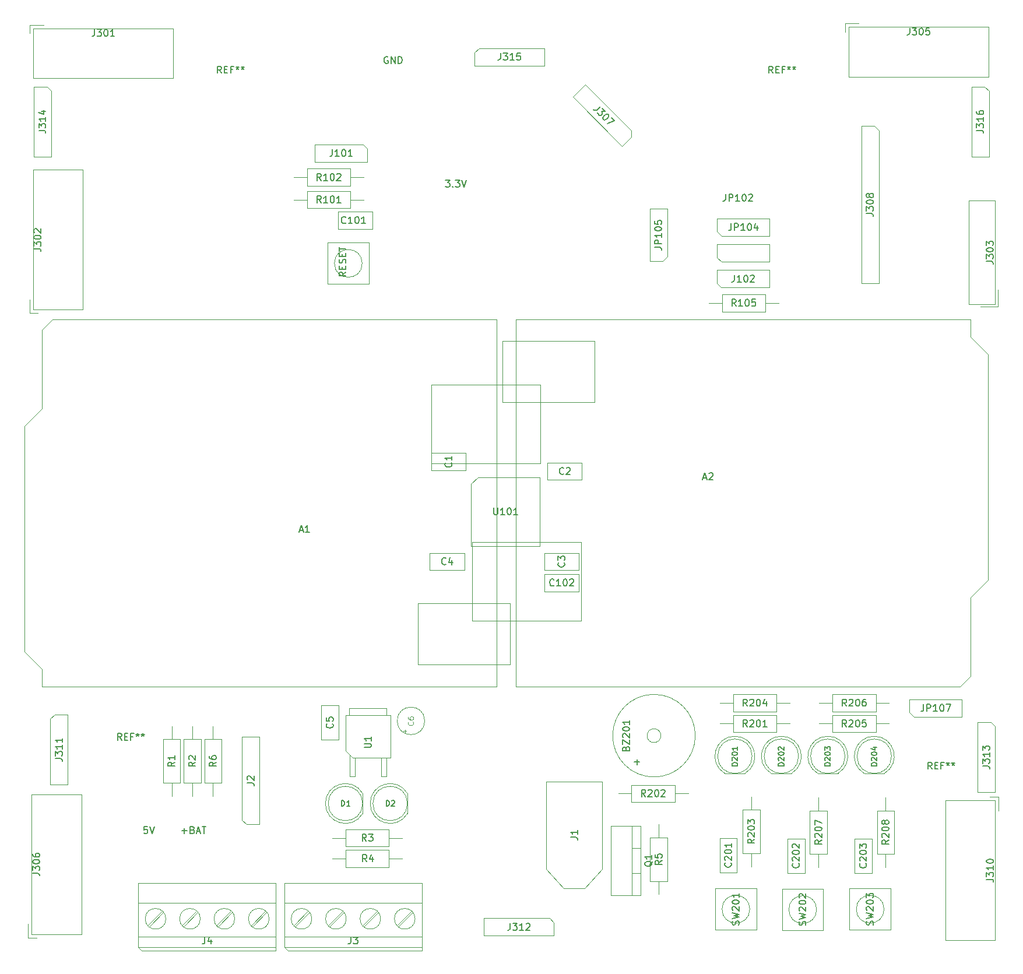
<source format=gbr>
G04 #@! TF.GenerationSoftware,KiCad,Pcbnew,(5.1.9)-1*
G04 #@! TF.CreationDate,2022-03-30T20:26:24+02:00*
G04 #@! TF.ProjectId,robot_mobilny_pcb,726f626f-745f-46d6-9f62-696c6e795f70,rev?*
G04 #@! TF.SameCoordinates,Original*
G04 #@! TF.FileFunction,Other,Fab,Top*
%FSLAX46Y46*%
G04 Gerber Fmt 4.6, Leading zero omitted, Abs format (unit mm)*
G04 Created by KiCad (PCBNEW (5.1.9)-1) date 2022-03-30 20:26:24*
%MOMM*%
%LPD*%
G01*
G04 APERTURE LIST*
%ADD10C,0.100000*%
%ADD11C,0.120000*%
%ADD12C,0.150000*%
%ADD13C,0.200000*%
G04 APERTURE END LIST*
D10*
X107339140Y-75241115D02*
X105992102Y-76588153D01*
X105992102Y-76588153D02*
X98807897Y-69403948D01*
X98807897Y-69403948D02*
X100603948Y-67607897D01*
X100603948Y-67607897D02*
X107339140Y-74343089D01*
X107339140Y-74343089D02*
X107339140Y-75241115D01*
X94130000Y-122670000D02*
X78250000Y-122670000D01*
X78250000Y-122670000D02*
X78250000Y-111240000D01*
X78250000Y-111240000D02*
X94130000Y-111240000D01*
X94130000Y-111240000D02*
X94130000Y-122670000D01*
X89680000Y-151870000D02*
X76350000Y-151870000D01*
X76350000Y-151870000D02*
X76350000Y-142980000D01*
X76350000Y-142980000D02*
X89680000Y-142980000D01*
X89680000Y-142980000D02*
X89680000Y-151870000D01*
X21740000Y-114660000D02*
X21740000Y-103230000D01*
X19200000Y-149970000D02*
X19200000Y-117200000D01*
X19200000Y-117200000D02*
X21740000Y-114660000D01*
X21740000Y-155050000D02*
X21740000Y-152510000D01*
X21740000Y-152510000D02*
X19200000Y-149970000D01*
X21740000Y-103230000D02*
X23260000Y-101710000D01*
X23260000Y-101710000D02*
X87780000Y-101710000D01*
X87780000Y-101710000D02*
X87780000Y-155050000D01*
X87780000Y-155050000D02*
X21740000Y-155050000D01*
X90510000Y-101710000D02*
X156550000Y-101710000D01*
X90510000Y-155050000D02*
X90510000Y-101710000D01*
X155030000Y-155050000D02*
X90510000Y-155050000D01*
X156550000Y-153530000D02*
X155030000Y-155050000D01*
X156550000Y-104250000D02*
X159090000Y-106790000D01*
X156550000Y-101710000D02*
X156550000Y-104250000D01*
X159090000Y-139560000D02*
X156550000Y-142100000D01*
X159090000Y-106790000D02*
X159090000Y-139560000D01*
X156550000Y-142100000D02*
X156550000Y-153530000D01*
X88610000Y-113780000D02*
X88610000Y-104890000D01*
X101940000Y-113780000D02*
X88610000Y-113780000D01*
X101940000Y-104890000D02*
X101940000Y-113780000D01*
X88610000Y-104890000D02*
X101940000Y-104890000D01*
X84160000Y-145520000D02*
X84160000Y-134090000D01*
X100040000Y-145520000D02*
X84160000Y-145520000D01*
X100040000Y-134090000D02*
X100040000Y-145520000D01*
X84160000Y-134090000D02*
X100040000Y-134090000D01*
X85050000Y-124650000D02*
X94050000Y-124650000D01*
X94050000Y-124650000D02*
X94050000Y-134650000D01*
X94050000Y-134650000D02*
X84050000Y-134650000D01*
X84050000Y-134650000D02*
X84050000Y-125650000D01*
X84050000Y-125650000D02*
X85050000Y-124650000D01*
X54155000Y-187662000D02*
X52063000Y-189755000D01*
X54338000Y-187845000D02*
X52246000Y-189938000D01*
X49155000Y-187662000D02*
X47063000Y-189755000D01*
X49338000Y-187845000D02*
X47246000Y-189938000D01*
X44155000Y-187662000D02*
X42063000Y-189755000D01*
X44338000Y-187845000D02*
X42246000Y-189938000D01*
X39155000Y-187662000D02*
X37062000Y-189755000D01*
X39338000Y-187845000D02*
X37245000Y-189938000D01*
X35700000Y-186500000D02*
X55700000Y-186500000D01*
X35700000Y-191400000D02*
X55700000Y-191400000D01*
X35700000Y-192900000D02*
X55700000Y-192900000D01*
X35700000Y-192900000D02*
X35700000Y-183600000D01*
X36200000Y-193400000D02*
X35700000Y-192900000D01*
X55700000Y-193400000D02*
X36200000Y-193400000D01*
X55700000Y-183600000D02*
X55700000Y-193400000D01*
X35700000Y-183600000D02*
X55700000Y-183600000D01*
X54700000Y-188800000D02*
G75*
G03*
X54700000Y-188800000I-1500000J0D01*
G01*
X49700000Y-188800000D02*
G75*
G03*
X49700000Y-188800000I-1500000J0D01*
G01*
X44700000Y-188800000D02*
G75*
G03*
X44700000Y-188800000I-1500000J0D01*
G01*
X39700000Y-188800000D02*
G75*
G03*
X39700000Y-188800000I-1500000J0D01*
G01*
X60900000Y-188800000D02*
G75*
G03*
X60900000Y-188800000I-1500000J0D01*
G01*
X65900000Y-188800000D02*
G75*
G03*
X65900000Y-188800000I-1500000J0D01*
G01*
X70900000Y-188800000D02*
G75*
G03*
X70900000Y-188800000I-1500000J0D01*
G01*
X75900000Y-188800000D02*
G75*
G03*
X75900000Y-188800000I-1500000J0D01*
G01*
X56900000Y-183600000D02*
X76900000Y-183600000D01*
X76900000Y-183600000D02*
X76900000Y-193400000D01*
X76900000Y-193400000D02*
X57400000Y-193400000D01*
X57400000Y-193400000D02*
X56900000Y-192900000D01*
X56900000Y-192900000D02*
X56900000Y-183600000D01*
X56900000Y-192900000D02*
X76900000Y-192900000D01*
X56900000Y-191400000D02*
X76900000Y-191400000D01*
X56900000Y-186500000D02*
X76900000Y-186500000D01*
X60538000Y-187845000D02*
X58445000Y-189938000D01*
X60355000Y-187662000D02*
X58262000Y-189755000D01*
X65538000Y-187845000D02*
X63446000Y-189938000D01*
X65355000Y-187662000D02*
X63263000Y-189755000D01*
X70538000Y-187845000D02*
X68446000Y-189938000D01*
X70355000Y-187662000D02*
X68263000Y-189755000D01*
X75538000Y-187845000D02*
X73446000Y-189938000D01*
X75355000Y-187662000D02*
X73263000Y-189755000D01*
X53320000Y-175070000D02*
X51415000Y-175070000D01*
X51415000Y-175070000D02*
X50780000Y-174435000D01*
X50780000Y-174435000D02*
X50780000Y-162370000D01*
X50780000Y-162370000D02*
X53320000Y-162370000D01*
X53320000Y-162370000D02*
X53320000Y-175070000D01*
X96070000Y-189365000D02*
X96070000Y-191270000D01*
X96070000Y-191270000D02*
X85910000Y-191270000D01*
X85910000Y-191270000D02*
X85910000Y-188730000D01*
X85910000Y-188730000D02*
X95435000Y-188730000D01*
X95435000Y-188730000D02*
X96070000Y-189365000D01*
X45300000Y-169030000D02*
X47800000Y-169030000D01*
X47800000Y-169030000D02*
X47800000Y-162730000D01*
X47800000Y-162730000D02*
X45300000Y-162730000D01*
X45300000Y-162730000D02*
X45300000Y-169030000D01*
X46550000Y-170960000D02*
X46550000Y-169030000D01*
X46550000Y-160800000D02*
X46550000Y-162730000D01*
X44800000Y-162730000D02*
X42300000Y-162730000D01*
X42300000Y-162730000D02*
X42300000Y-169030000D01*
X42300000Y-169030000D02*
X44800000Y-169030000D01*
X44800000Y-169030000D02*
X44800000Y-162730000D01*
X43550000Y-160800000D02*
X43550000Y-162730000D01*
X43550000Y-170960000D02*
X43550000Y-169030000D01*
X99700000Y-138750000D02*
X94700000Y-138750000D01*
X99700000Y-141250000D02*
X99700000Y-138750000D01*
X94700000Y-141250000D02*
X99700000Y-141250000D01*
X94700000Y-138750000D02*
X94700000Y-141250000D01*
X74780000Y-173519694D02*
X74780000Y-170580306D01*
X74780000Y-172050000D02*
G75*
G03*
X74780000Y-172050000I-2500000J0D01*
G01*
X74780016Y-170580334D02*
G75*
G03*
X74780000Y-173519694I-2500016J-1469666D01*
G01*
X68280000Y-173519694D02*
X68280000Y-170580306D01*
X68280000Y-172050000D02*
G75*
G03*
X68280000Y-172050000I-2500000J0D01*
G01*
X68280016Y-170580334D02*
G75*
G03*
X68280000Y-173519694I-2500016J-1469666D01*
G01*
X63890000Y-180050000D02*
X65820000Y-180050000D01*
X74050000Y-180050000D02*
X72120000Y-180050000D01*
X65820000Y-181300000D02*
X72120000Y-181300000D01*
X65820000Y-178800000D02*
X65820000Y-181300000D01*
X72120000Y-178800000D02*
X65820000Y-178800000D01*
X72120000Y-181300000D02*
X72120000Y-178800000D01*
X63890000Y-177050000D02*
X65820000Y-177050000D01*
X74050000Y-177050000D02*
X72120000Y-177050000D01*
X65820000Y-178300000D02*
X72120000Y-178300000D01*
X65820000Y-175800000D02*
X65820000Y-178300000D01*
X72120000Y-175800000D02*
X65820000Y-175800000D01*
X72120000Y-178300000D02*
X72120000Y-175800000D01*
X144250000Y-181310000D02*
X144250000Y-179380000D01*
X144250000Y-171150000D02*
X144250000Y-173080000D01*
X145500000Y-179380000D02*
X145500000Y-173080000D01*
X143000000Y-179380000D02*
X145500000Y-179380000D01*
X143000000Y-173080000D02*
X143000000Y-179380000D01*
X145500000Y-173080000D02*
X143000000Y-173080000D01*
X134500000Y-181310000D02*
X134500000Y-179380000D01*
X134500000Y-171150000D02*
X134500000Y-173080000D01*
X135750000Y-179380000D02*
X135750000Y-173080000D01*
X133250000Y-179380000D02*
X135750000Y-179380000D01*
X133250000Y-173080000D02*
X133250000Y-179380000D01*
X135750000Y-173080000D02*
X133250000Y-173080000D01*
X144760000Y-157450000D02*
X142830000Y-157450000D01*
X134600000Y-157450000D02*
X136530000Y-157450000D01*
X142830000Y-156200000D02*
X136530000Y-156200000D01*
X142830000Y-158700000D02*
X142830000Y-156200000D01*
X136530000Y-158700000D02*
X142830000Y-158700000D01*
X136530000Y-156200000D02*
X136530000Y-158700000D01*
X144760000Y-160450000D02*
X142830000Y-160450000D01*
X134600000Y-160450000D02*
X136530000Y-160450000D01*
X142830000Y-159200000D02*
X136530000Y-159200000D01*
X142830000Y-161700000D02*
X142830000Y-159200000D01*
X136530000Y-161700000D02*
X142830000Y-161700000D01*
X136530000Y-159200000D02*
X136530000Y-161700000D01*
X120190000Y-157450000D02*
X122120000Y-157450000D01*
X130350000Y-157450000D02*
X128420000Y-157450000D01*
X122120000Y-158700000D02*
X128420000Y-158700000D01*
X122120000Y-156200000D02*
X122120000Y-158700000D01*
X128420000Y-156200000D02*
X122120000Y-156200000D01*
X128420000Y-158700000D02*
X128420000Y-156200000D01*
X124750000Y-181200000D02*
X124750000Y-179270000D01*
X124750000Y-171040000D02*
X124750000Y-172970000D01*
X126000000Y-179270000D02*
X126000000Y-172970000D01*
X123500000Y-179270000D02*
X126000000Y-179270000D01*
X123500000Y-172970000D02*
X123500000Y-179270000D01*
X126000000Y-172970000D02*
X123500000Y-172970000D01*
X107330000Y-169350000D02*
X107330000Y-171850000D01*
X107330000Y-171850000D02*
X113630000Y-171850000D01*
X113630000Y-171850000D02*
X113630000Y-169350000D01*
X113630000Y-169350000D02*
X107330000Y-169350000D01*
X105400000Y-170600000D02*
X107330000Y-170600000D01*
X115560000Y-170600000D02*
X113630000Y-170600000D01*
X120190000Y-160450000D02*
X122120000Y-160450000D01*
X130350000Y-160450000D02*
X128420000Y-160450000D01*
X122120000Y-161700000D02*
X128420000Y-161700000D01*
X122120000Y-159200000D02*
X122120000Y-161700000D01*
X128420000Y-159200000D02*
X122120000Y-159200000D01*
X128420000Y-161700000D02*
X128420000Y-159200000D01*
X120480000Y-98100000D02*
X120480000Y-100600000D01*
X120480000Y-100600000D02*
X126780000Y-100600000D01*
X126780000Y-100600000D02*
X126780000Y-98100000D01*
X126780000Y-98100000D02*
X120480000Y-98100000D01*
X118550000Y-99350000D02*
X120480000Y-99350000D01*
X128710000Y-99350000D02*
X126780000Y-99350000D01*
X58290000Y-81100000D02*
X60220000Y-81100000D01*
X68450000Y-81100000D02*
X66520000Y-81100000D01*
X60220000Y-82350000D02*
X66520000Y-82350000D01*
X60220000Y-79850000D02*
X60220000Y-82350000D01*
X66520000Y-79850000D02*
X60220000Y-79850000D01*
X66520000Y-82350000D02*
X66520000Y-79850000D01*
X58290000Y-84350000D02*
X60220000Y-84350000D01*
X68450000Y-84350000D02*
X66520000Y-84350000D01*
X60220000Y-85600000D02*
X66520000Y-85600000D01*
X60220000Y-83100000D02*
X60220000Y-85600000D01*
X66520000Y-83100000D02*
X60220000Y-83100000D01*
X66520000Y-85600000D02*
X66520000Y-83100000D01*
X111300000Y-185260000D02*
X111300000Y-183330000D01*
X111300000Y-175100000D02*
X111300000Y-177030000D01*
X112550000Y-183330000D02*
X112550000Y-177030000D01*
X110050000Y-183330000D02*
X112550000Y-183330000D01*
X110050000Y-177030000D02*
X110050000Y-183330000D01*
X112550000Y-177030000D02*
X110050000Y-177030000D01*
X40550000Y-160800000D02*
X40550000Y-162730000D01*
X40550000Y-170960000D02*
X40550000Y-169030000D01*
X39300000Y-162730000D02*
X39300000Y-169030000D01*
X41800000Y-162730000D02*
X39300000Y-162730000D01*
X41800000Y-169030000D02*
X41800000Y-162730000D01*
X39300000Y-169030000D02*
X41800000Y-169030000D01*
X147730000Y-158835000D02*
X147730000Y-156930000D01*
X147730000Y-156930000D02*
X155350000Y-156930000D01*
X155350000Y-156930000D02*
X155350000Y-159470000D01*
X155350000Y-159470000D02*
X148365000Y-159470000D01*
X148365000Y-159470000D02*
X147730000Y-158835000D01*
X111885000Y-93270000D02*
X109980000Y-93270000D01*
X109980000Y-93270000D02*
X109980000Y-85650000D01*
X109980000Y-85650000D02*
X112520000Y-85650000D01*
X112520000Y-85650000D02*
X112520000Y-92635000D01*
X112520000Y-92635000D02*
X111885000Y-93270000D01*
X119780000Y-88985000D02*
X119780000Y-87080000D01*
X119780000Y-87080000D02*
X127400000Y-87080000D01*
X127400000Y-87080000D02*
X127400000Y-89620000D01*
X127400000Y-89620000D02*
X120415000Y-89620000D01*
X120415000Y-89620000D02*
X119780000Y-88985000D01*
X119780000Y-92735000D02*
X119780000Y-90830000D01*
X119780000Y-90830000D02*
X127400000Y-90830000D01*
X127400000Y-90830000D02*
X127400000Y-93370000D01*
X127400000Y-93370000D02*
X120415000Y-93370000D01*
X120415000Y-93370000D02*
X119780000Y-92735000D01*
X22930000Y-159765000D02*
X23565000Y-159130000D01*
X22930000Y-169290000D02*
X22930000Y-159765000D01*
X25470000Y-169290000D02*
X22930000Y-169290000D01*
X25470000Y-159130000D02*
X25470000Y-169290000D01*
X23565000Y-159130000D02*
X25470000Y-159130000D01*
X140730000Y-96490000D02*
X140730000Y-73630000D01*
X143270000Y-96490000D02*
X140730000Y-96490000D01*
X143270000Y-74265000D02*
X143270000Y-96490000D01*
X142635000Y-73630000D02*
X143270000Y-74265000D01*
X140730000Y-73630000D02*
X142635000Y-73630000D01*
X119740000Y-96485000D02*
X119740000Y-94580000D01*
X119740000Y-94580000D02*
X127360000Y-94580000D01*
X127360000Y-94580000D02*
X127360000Y-97120000D01*
X127360000Y-97120000D02*
X120375000Y-97120000D01*
X120375000Y-97120000D02*
X119740000Y-96485000D01*
X68335000Y-76330000D02*
X68970000Y-76965000D01*
X61350000Y-76330000D02*
X68335000Y-76330000D01*
X61350000Y-78870000D02*
X61350000Y-76330000D01*
X68970000Y-78870000D02*
X61350000Y-78870000D01*
X68970000Y-76965000D02*
X68970000Y-78870000D01*
X142250000Y-182150000D02*
X142250000Y-177150000D01*
X139750000Y-182150000D02*
X142250000Y-182150000D01*
X139750000Y-177150000D02*
X139750000Y-182150000D01*
X142250000Y-177150000D02*
X139750000Y-177150000D01*
X132500000Y-182150000D02*
X132500000Y-177150000D01*
X130000000Y-182150000D02*
X132500000Y-182150000D01*
X130000000Y-177150000D02*
X130000000Y-182150000D01*
X132500000Y-177150000D02*
X130000000Y-177150000D01*
X122650000Y-182050000D02*
X122650000Y-177050000D01*
X120150000Y-182050000D02*
X122650000Y-182050000D01*
X120150000Y-177050000D02*
X120150000Y-182050000D01*
X122650000Y-177050000D02*
X120150000Y-177050000D01*
X64700000Y-88600000D02*
X69700000Y-88600000D01*
X64700000Y-86100000D02*
X64700000Y-88600000D01*
X69700000Y-86100000D02*
X64700000Y-86100000D01*
X69700000Y-88600000D02*
X69700000Y-86100000D01*
X74232500Y-161552554D02*
X74632500Y-161552554D01*
X74432500Y-161752554D02*
X74432500Y-161352554D01*
X77300000Y-160050000D02*
G75*
G03*
X77300000Y-160050000I-2000000J0D01*
G01*
X62300000Y-157800000D02*
X62300000Y-162800000D01*
X64800000Y-157800000D02*
X62300000Y-157800000D01*
X64800000Y-162800000D02*
X64800000Y-157800000D01*
X62300000Y-162800000D02*
X64800000Y-162800000D01*
X78050000Y-135650000D02*
X78050000Y-138150000D01*
X78050000Y-138150000D02*
X83050000Y-138150000D01*
X83050000Y-138150000D02*
X83050000Y-135650000D01*
X83050000Y-135650000D02*
X78050000Y-135650000D01*
X94700000Y-135650000D02*
X94700000Y-138150000D01*
X94700000Y-138150000D02*
X99700000Y-138150000D01*
X99700000Y-138150000D02*
X99700000Y-135650000D01*
X99700000Y-135650000D02*
X94700000Y-135650000D01*
X95150000Y-122550000D02*
X95150000Y-125050000D01*
X95150000Y-125050000D02*
X100150000Y-125050000D01*
X100150000Y-125050000D02*
X100150000Y-122550000D01*
X100150000Y-122550000D02*
X95150000Y-122550000D01*
X83300000Y-123650000D02*
X83300000Y-121150000D01*
X83300000Y-121150000D02*
X78300000Y-121150000D01*
X78300000Y-121150000D02*
X78300000Y-123650000D01*
X78300000Y-123650000D02*
X83300000Y-123650000D01*
X116600000Y-162200000D02*
G75*
G03*
X116600000Y-162200000I-6000000J0D01*
G01*
X111600000Y-162200000D02*
G75*
G03*
X111600000Y-162200000I-1000000J0D01*
G01*
X68215564Y-93600000D02*
G75*
G03*
X68215564Y-93600000I-2015564J0D01*
G01*
X69200000Y-90600000D02*
X69200000Y-93600000D01*
X63200000Y-90600000D02*
X69200000Y-90600000D01*
X63200000Y-96600000D02*
X63200000Y-90600000D01*
X69200000Y-96600000D02*
X63200000Y-96600000D01*
X69200000Y-93600000D02*
X69200000Y-96600000D01*
X66350000Y-159200000D02*
X66350000Y-158200000D01*
X66350000Y-158200000D02*
X71750000Y-158200000D01*
X71750000Y-158200000D02*
X71750000Y-159200000D01*
X65800000Y-159200000D02*
X72300000Y-159200000D01*
X72300000Y-159200000D02*
X72300000Y-165420000D01*
X72300000Y-165420000D02*
X66800000Y-165420000D01*
X66800000Y-165420000D02*
X65800000Y-164420000D01*
X65800000Y-164420000D02*
X65800000Y-159200000D01*
X66395000Y-165015000D02*
X66395000Y-168120000D01*
X66395000Y-168120000D02*
X67145000Y-168120000D01*
X67145000Y-168120000D02*
X67145000Y-165420000D01*
X70955000Y-165420000D02*
X70955000Y-168120000D01*
X70955000Y-168120000D02*
X71705000Y-168120000D01*
X71705000Y-168120000D02*
X71705000Y-165420000D01*
X144015564Y-187400000D02*
G75*
G03*
X144015564Y-187400000I-2015564J0D01*
G01*
X145000000Y-184400000D02*
X145000000Y-187400000D01*
X139000000Y-184400000D02*
X145000000Y-184400000D01*
X139000000Y-190400000D02*
X139000000Y-184400000D01*
X145000000Y-190400000D02*
X139000000Y-190400000D01*
X145000000Y-187400000D02*
X145000000Y-190400000D01*
X134215564Y-187460000D02*
G75*
G03*
X134215564Y-187460000I-2015564J0D01*
G01*
X135200000Y-184460000D02*
X135200000Y-187460000D01*
X129200000Y-184460000D02*
X135200000Y-184460000D01*
X129200000Y-190460000D02*
X129200000Y-184460000D01*
X135200000Y-190460000D02*
X129200000Y-190460000D01*
X135200000Y-187460000D02*
X135200000Y-190460000D01*
X124515564Y-187400000D02*
G75*
G03*
X124515564Y-187400000I-2015564J0D01*
G01*
X125500000Y-184400000D02*
X125500000Y-187400000D01*
X119500000Y-184400000D02*
X125500000Y-184400000D01*
X119500000Y-190400000D02*
X119500000Y-184400000D01*
X125500000Y-190400000D02*
X119500000Y-190400000D01*
X125500000Y-187400000D02*
X125500000Y-190400000D01*
X94690000Y-64870000D02*
X84530000Y-64870000D01*
X94690000Y-62330000D02*
X94690000Y-64870000D01*
X85165000Y-62330000D02*
X94690000Y-62330000D01*
X84530000Y-62965000D02*
X85165000Y-62330000D01*
X84530000Y-64870000D02*
X84530000Y-62965000D01*
X156730000Y-78090000D02*
X156730000Y-67930000D01*
X159270000Y-78090000D02*
X156730000Y-78090000D01*
X159270000Y-68565000D02*
X159270000Y-78090000D01*
X158635000Y-67930000D02*
X159270000Y-68565000D01*
X156730000Y-67930000D02*
X158635000Y-67930000D01*
X20530000Y-78090000D02*
X20530000Y-67930000D01*
X23070000Y-78090000D02*
X20530000Y-78090000D01*
X23070000Y-68565000D02*
X23070000Y-78090000D01*
X22435000Y-67930000D02*
X23070000Y-68565000D01*
X20530000Y-67930000D02*
X22435000Y-67930000D01*
X157615000Y-170390000D02*
X157615000Y-160230000D01*
X160155000Y-170390000D02*
X157615000Y-170390000D01*
X160155000Y-160865000D02*
X160155000Y-170390000D01*
X159520000Y-160230000D02*
X160155000Y-160865000D01*
X157615000Y-160230000D02*
X159520000Y-160230000D01*
X160650000Y-171120000D02*
X160650000Y-173120000D01*
X159400000Y-171120000D02*
X160650000Y-171120000D01*
X160150000Y-191940000D02*
X160150000Y-171620000D01*
X152900000Y-191940000D02*
X160150000Y-191940000D01*
X152900000Y-171620000D02*
X152900000Y-191940000D01*
X160150000Y-171620000D02*
X152900000Y-171620000D01*
X19700000Y-191545000D02*
X19700000Y-189545000D01*
X20950000Y-191545000D02*
X19700000Y-191545000D01*
X20200000Y-170725000D02*
X20200000Y-191045000D01*
X27450000Y-170725000D02*
X20200000Y-170725000D01*
X27450000Y-191045000D02*
X27450000Y-170725000D01*
X20200000Y-191045000D02*
X27450000Y-191045000D01*
X138360000Y-58750000D02*
X140360000Y-58750000D01*
X138360000Y-60000000D02*
X138360000Y-58750000D01*
X159180000Y-59250000D02*
X138860000Y-59250000D01*
X159180000Y-66500000D02*
X159180000Y-59250000D01*
X138860000Y-66500000D02*
X159180000Y-66500000D01*
X138860000Y-59250000D02*
X138860000Y-66500000D01*
X160545000Y-99910000D02*
X160545000Y-97410000D01*
X158045000Y-99910000D02*
X160545000Y-99910000D01*
X156335000Y-84500000D02*
X156335000Y-99500000D01*
X160135000Y-84500000D02*
X156335000Y-84500000D01*
X160135000Y-99500000D02*
X160135000Y-84500000D01*
X156335000Y-99500000D02*
X160135000Y-99500000D01*
X19900000Y-100840000D02*
X19900000Y-98840000D01*
X21150000Y-100840000D02*
X19900000Y-100840000D01*
X20400000Y-80020000D02*
X20400000Y-100340000D01*
X27650000Y-80020000D02*
X20400000Y-80020000D01*
X27650000Y-100340000D02*
X27650000Y-80020000D01*
X20400000Y-100340000D02*
X27650000Y-100340000D01*
X19960000Y-58950000D02*
X21960000Y-58950000D01*
X19960000Y-60200000D02*
X19960000Y-58950000D01*
X40780000Y-59450000D02*
X20460000Y-59450000D01*
X40780000Y-66700000D02*
X40780000Y-59450000D01*
X20460000Y-66700000D02*
X40780000Y-66700000D01*
X20460000Y-59450000D02*
X20460000Y-66700000D01*
D11*
X94950000Y-168850000D02*
X94950000Y-181600000D01*
X94950000Y-181600000D02*
X97450000Y-184350000D01*
X97450000Y-184350000D02*
X100550000Y-184350000D01*
X100550000Y-184350000D02*
X103050000Y-181600000D01*
X103050000Y-181600000D02*
X103050000Y-168850000D01*
X103050000Y-168850000D02*
X94950000Y-168850000D01*
D10*
X141130306Y-167680000D02*
X144069694Y-167680000D01*
X145100000Y-165180000D02*
G75*
G03*
X145100000Y-165180000I-2500000J0D01*
G01*
X144069666Y-167680016D02*
G75*
G03*
X141130306Y-167680000I-1469666J2500016D01*
G01*
X134380306Y-167680000D02*
X137319694Y-167680000D01*
X138350000Y-165180000D02*
G75*
G03*
X138350000Y-165180000I-2500000J0D01*
G01*
X137319666Y-167680016D02*
G75*
G03*
X134380306Y-167680000I-1469666J2500016D01*
G01*
X127630306Y-167680000D02*
X130569694Y-167680000D01*
X131600000Y-165180000D02*
G75*
G03*
X131600000Y-165180000I-2500000J0D01*
G01*
X130569666Y-167680016D02*
G75*
G03*
X127630306Y-167680000I-1469666J2500016D01*
G01*
X120880306Y-167680000D02*
X123819694Y-167680000D01*
X124850000Y-165180000D02*
G75*
G03*
X124850000Y-165180000I-2500000J0D01*
G01*
X123819666Y-167680016D02*
G75*
G03*
X120880306Y-167680000I-1469666J2500016D01*
G01*
X108700000Y-182200000D02*
X107430000Y-182200000D01*
X108700000Y-178500000D02*
X107430000Y-178500000D01*
X107430000Y-175350000D02*
X107430000Y-185350000D01*
X108700000Y-185350000D02*
X108700000Y-175350000D01*
X104300000Y-185350000D02*
X108700000Y-185350000D01*
X104300000Y-175350000D02*
X104300000Y-185350000D01*
X108700000Y-175350000D02*
X104300000Y-175350000D01*
D12*
X80323809Y-81502380D02*
X80942857Y-81502380D01*
X80609523Y-81883333D01*
X80752380Y-81883333D01*
X80847619Y-81930952D01*
X80895238Y-81978571D01*
X80942857Y-82073809D01*
X80942857Y-82311904D01*
X80895238Y-82407142D01*
X80847619Y-82454761D01*
X80752380Y-82502380D01*
X80466666Y-82502380D01*
X80371428Y-82454761D01*
X80323809Y-82407142D01*
X81371428Y-82407142D02*
X81419047Y-82454761D01*
X81371428Y-82502380D01*
X81323809Y-82454761D01*
X81371428Y-82407142D01*
X81371428Y-82502380D01*
X81752380Y-81502380D02*
X82371428Y-81502380D01*
X82038095Y-81883333D01*
X82180952Y-81883333D01*
X82276190Y-81930952D01*
X82323809Y-81978571D01*
X82371428Y-82073809D01*
X82371428Y-82311904D01*
X82323809Y-82407142D01*
X82276190Y-82454761D01*
X82180952Y-82502380D01*
X81895238Y-82502380D01*
X81800000Y-82454761D01*
X81752380Y-82407142D01*
X82657142Y-81502380D02*
X82990476Y-82502380D01*
X83323809Y-81502380D01*
X37009523Y-175402380D02*
X36533333Y-175402380D01*
X36485714Y-175878571D01*
X36533333Y-175830952D01*
X36628571Y-175783333D01*
X36866666Y-175783333D01*
X36961904Y-175830952D01*
X37009523Y-175878571D01*
X37057142Y-175973809D01*
X37057142Y-176211904D01*
X37009523Y-176307142D01*
X36961904Y-176354761D01*
X36866666Y-176402380D01*
X36628571Y-176402380D01*
X36533333Y-176354761D01*
X36485714Y-176307142D01*
X37342857Y-175402380D02*
X37676190Y-176402380D01*
X38009523Y-175402380D01*
X42009523Y-176021428D02*
X42771428Y-176021428D01*
X42390476Y-176402380D02*
X42390476Y-175640476D01*
X43580952Y-175878571D02*
X43723809Y-175926190D01*
X43771428Y-175973809D01*
X43819047Y-176069047D01*
X43819047Y-176211904D01*
X43771428Y-176307142D01*
X43723809Y-176354761D01*
X43628571Y-176402380D01*
X43247619Y-176402380D01*
X43247619Y-175402380D01*
X43580952Y-175402380D01*
X43676190Y-175450000D01*
X43723809Y-175497619D01*
X43771428Y-175592857D01*
X43771428Y-175688095D01*
X43723809Y-175783333D01*
X43676190Y-175830952D01*
X43580952Y-175878571D01*
X43247619Y-175878571D01*
X44200000Y-176116666D02*
X44676190Y-176116666D01*
X44104761Y-176402380D02*
X44438095Y-175402380D01*
X44771428Y-176402380D01*
X44961904Y-175402380D02*
X45533333Y-175402380D01*
X45247619Y-176402380D02*
X45247619Y-175402380D01*
X71938095Y-63600000D02*
X71842857Y-63552380D01*
X71700000Y-63552380D01*
X71557142Y-63600000D01*
X71461904Y-63695238D01*
X71414285Y-63790476D01*
X71366666Y-63980952D01*
X71366666Y-64123809D01*
X71414285Y-64314285D01*
X71461904Y-64409523D01*
X71557142Y-64504761D01*
X71700000Y-64552380D01*
X71795238Y-64552380D01*
X71938095Y-64504761D01*
X71985714Y-64457142D01*
X71985714Y-64123809D01*
X71795238Y-64123809D01*
X72414285Y-64552380D02*
X72414285Y-63552380D01*
X72985714Y-64552380D01*
X72985714Y-63552380D01*
X73461904Y-64552380D02*
X73461904Y-63552380D01*
X73700000Y-63552380D01*
X73842857Y-63600000D01*
X73938095Y-63695238D01*
X73985714Y-63790476D01*
X74033333Y-63980952D01*
X74033333Y-64123809D01*
X73985714Y-64314285D01*
X73938095Y-64409523D01*
X73842857Y-64504761D01*
X73700000Y-64552380D01*
X73461904Y-64552380D01*
X102776112Y-70801662D02*
X102271036Y-71306738D01*
X102136349Y-71374082D01*
X102001662Y-71374082D01*
X101866975Y-71306738D01*
X101799632Y-71239395D01*
X103045486Y-71071036D02*
X103483219Y-71508769D01*
X102978143Y-71542441D01*
X103079158Y-71643456D01*
X103112830Y-71744471D01*
X103112830Y-71811815D01*
X103079158Y-71912830D01*
X102910799Y-72081189D01*
X102809784Y-72114860D01*
X102742441Y-72114860D01*
X102641425Y-72081189D01*
X102439395Y-71879158D01*
X102405723Y-71778143D01*
X102405723Y-71710799D01*
X103920952Y-71946502D02*
X103988295Y-72013845D01*
X104021967Y-72114860D01*
X104021967Y-72182204D01*
X103988295Y-72283219D01*
X103887280Y-72451578D01*
X103718921Y-72619937D01*
X103550563Y-72720952D01*
X103449547Y-72754624D01*
X103382204Y-72754624D01*
X103281189Y-72720952D01*
X103213845Y-72653608D01*
X103180173Y-72552593D01*
X103180173Y-72485250D01*
X103213845Y-72384234D01*
X103314860Y-72215876D01*
X103483219Y-72047517D01*
X103651578Y-71946502D01*
X103752593Y-71912830D01*
X103819937Y-71912830D01*
X103920952Y-71946502D01*
X104392356Y-72417906D02*
X104863761Y-72889311D01*
X103853608Y-73293372D01*
X59125714Y-132356666D02*
X59601904Y-132356666D01*
X59030476Y-132642380D02*
X59363809Y-131642380D01*
X59697142Y-132642380D01*
X60554285Y-132642380D02*
X59982857Y-132642380D01*
X60268571Y-132642380D02*
X60268571Y-131642380D01*
X60173333Y-131785238D01*
X60078095Y-131880476D01*
X59982857Y-131928095D01*
X117735714Y-124736666D02*
X118211904Y-124736666D01*
X117640476Y-125022380D02*
X117973809Y-124022380D01*
X118307142Y-125022380D01*
X118592857Y-124117619D02*
X118640476Y-124070000D01*
X118735714Y-124022380D01*
X118973809Y-124022380D01*
X119069047Y-124070000D01*
X119116666Y-124117619D01*
X119164285Y-124212857D01*
X119164285Y-124308095D01*
X119116666Y-124450952D01*
X118545238Y-125022380D01*
X119164285Y-125022380D01*
X87335714Y-129102380D02*
X87335714Y-129911904D01*
X87383333Y-130007142D01*
X87430952Y-130054761D01*
X87526190Y-130102380D01*
X87716666Y-130102380D01*
X87811904Y-130054761D01*
X87859523Y-130007142D01*
X87907142Y-129911904D01*
X87907142Y-129102380D01*
X88907142Y-130102380D02*
X88335714Y-130102380D01*
X88621428Y-130102380D02*
X88621428Y-129102380D01*
X88526190Y-129245238D01*
X88430952Y-129340476D01*
X88335714Y-129388095D01*
X89526190Y-129102380D02*
X89621428Y-129102380D01*
X89716666Y-129150000D01*
X89764285Y-129197619D01*
X89811904Y-129292857D01*
X89859523Y-129483333D01*
X89859523Y-129721428D01*
X89811904Y-129911904D01*
X89764285Y-130007142D01*
X89716666Y-130054761D01*
X89621428Y-130102380D01*
X89526190Y-130102380D01*
X89430952Y-130054761D01*
X89383333Y-130007142D01*
X89335714Y-129911904D01*
X89288095Y-129721428D01*
X89288095Y-129483333D01*
X89335714Y-129292857D01*
X89383333Y-129197619D01*
X89430952Y-129150000D01*
X89526190Y-129102380D01*
X90811904Y-130102380D02*
X90240476Y-130102380D01*
X90526190Y-130102380D02*
X90526190Y-129102380D01*
X90430952Y-129245238D01*
X90335714Y-129340476D01*
X90240476Y-129388095D01*
X150966666Y-167052380D02*
X150633333Y-166576190D01*
X150395238Y-167052380D02*
X150395238Y-166052380D01*
X150776190Y-166052380D01*
X150871428Y-166100000D01*
X150919047Y-166147619D01*
X150966666Y-166242857D01*
X150966666Y-166385714D01*
X150919047Y-166480952D01*
X150871428Y-166528571D01*
X150776190Y-166576190D01*
X150395238Y-166576190D01*
X151395238Y-166528571D02*
X151728571Y-166528571D01*
X151871428Y-167052380D02*
X151395238Y-167052380D01*
X151395238Y-166052380D01*
X151871428Y-166052380D01*
X152633333Y-166528571D02*
X152300000Y-166528571D01*
X152300000Y-167052380D02*
X152300000Y-166052380D01*
X152776190Y-166052380D01*
X153300000Y-166052380D02*
X153300000Y-166290476D01*
X153061904Y-166195238D02*
X153300000Y-166290476D01*
X153538095Y-166195238D01*
X153157142Y-166480952D02*
X153300000Y-166290476D01*
X153442857Y-166480952D01*
X154061904Y-166052380D02*
X154061904Y-166290476D01*
X153823809Y-166195238D02*
X154061904Y-166290476D01*
X154300000Y-166195238D01*
X153919047Y-166480952D02*
X154061904Y-166290476D01*
X154204761Y-166480952D01*
X33266666Y-162852380D02*
X32933333Y-162376190D01*
X32695238Y-162852380D02*
X32695238Y-161852380D01*
X33076190Y-161852380D01*
X33171428Y-161900000D01*
X33219047Y-161947619D01*
X33266666Y-162042857D01*
X33266666Y-162185714D01*
X33219047Y-162280952D01*
X33171428Y-162328571D01*
X33076190Y-162376190D01*
X32695238Y-162376190D01*
X33695238Y-162328571D02*
X34028571Y-162328571D01*
X34171428Y-162852380D02*
X33695238Y-162852380D01*
X33695238Y-161852380D01*
X34171428Y-161852380D01*
X34933333Y-162328571D02*
X34600000Y-162328571D01*
X34600000Y-162852380D02*
X34600000Y-161852380D01*
X35076190Y-161852380D01*
X35600000Y-161852380D02*
X35600000Y-162090476D01*
X35361904Y-161995238D02*
X35600000Y-162090476D01*
X35838095Y-161995238D01*
X35457142Y-162280952D02*
X35600000Y-162090476D01*
X35742857Y-162280952D01*
X36361904Y-161852380D02*
X36361904Y-162090476D01*
X36123809Y-161995238D02*
X36361904Y-162090476D01*
X36600000Y-161995238D01*
X36219047Y-162280952D02*
X36361904Y-162090476D01*
X36504761Y-162280952D01*
X127866666Y-65952380D02*
X127533333Y-65476190D01*
X127295238Y-65952380D02*
X127295238Y-64952380D01*
X127676190Y-64952380D01*
X127771428Y-65000000D01*
X127819047Y-65047619D01*
X127866666Y-65142857D01*
X127866666Y-65285714D01*
X127819047Y-65380952D01*
X127771428Y-65428571D01*
X127676190Y-65476190D01*
X127295238Y-65476190D01*
X128295238Y-65428571D02*
X128628571Y-65428571D01*
X128771428Y-65952380D02*
X128295238Y-65952380D01*
X128295238Y-64952380D01*
X128771428Y-64952380D01*
X129533333Y-65428571D02*
X129200000Y-65428571D01*
X129200000Y-65952380D02*
X129200000Y-64952380D01*
X129676190Y-64952380D01*
X130200000Y-64952380D02*
X130200000Y-65190476D01*
X129961904Y-65095238D02*
X130200000Y-65190476D01*
X130438095Y-65095238D01*
X130057142Y-65380952D02*
X130200000Y-65190476D01*
X130342857Y-65380952D01*
X130961904Y-64952380D02*
X130961904Y-65190476D01*
X130723809Y-65095238D02*
X130961904Y-65190476D01*
X131200000Y-65095238D01*
X130819047Y-65380952D02*
X130961904Y-65190476D01*
X131104761Y-65380952D01*
X47766666Y-65952380D02*
X47433333Y-65476190D01*
X47195238Y-65952380D02*
X47195238Y-64952380D01*
X47576190Y-64952380D01*
X47671428Y-65000000D01*
X47719047Y-65047619D01*
X47766666Y-65142857D01*
X47766666Y-65285714D01*
X47719047Y-65380952D01*
X47671428Y-65428571D01*
X47576190Y-65476190D01*
X47195238Y-65476190D01*
X48195238Y-65428571D02*
X48528571Y-65428571D01*
X48671428Y-65952380D02*
X48195238Y-65952380D01*
X48195238Y-64952380D01*
X48671428Y-64952380D01*
X49433333Y-65428571D02*
X49100000Y-65428571D01*
X49100000Y-65952380D02*
X49100000Y-64952380D01*
X49576190Y-64952380D01*
X50100000Y-64952380D02*
X50100000Y-65190476D01*
X49861904Y-65095238D02*
X50100000Y-65190476D01*
X50338095Y-65095238D01*
X49957142Y-65380952D02*
X50100000Y-65190476D01*
X50242857Y-65380952D01*
X50861904Y-64952380D02*
X50861904Y-65190476D01*
X50623809Y-65095238D02*
X50861904Y-65190476D01*
X51100000Y-65095238D01*
X50719047Y-65380952D02*
X50861904Y-65190476D01*
X51004761Y-65380952D01*
X45366666Y-191452380D02*
X45366666Y-192166666D01*
X45319047Y-192309523D01*
X45223809Y-192404761D01*
X45080952Y-192452380D01*
X44985714Y-192452380D01*
X46271428Y-191785714D02*
X46271428Y-192452380D01*
X46033333Y-191404761D02*
X45795238Y-192119047D01*
X46414285Y-192119047D01*
X66566666Y-191452380D02*
X66566666Y-192166666D01*
X66519047Y-192309523D01*
X66423809Y-192404761D01*
X66280952Y-192452380D01*
X66185714Y-192452380D01*
X66947619Y-191452380D02*
X67566666Y-191452380D01*
X67233333Y-191833333D01*
X67376190Y-191833333D01*
X67471428Y-191880952D01*
X67519047Y-191928571D01*
X67566666Y-192023809D01*
X67566666Y-192261904D01*
X67519047Y-192357142D01*
X67471428Y-192404761D01*
X67376190Y-192452380D01*
X67090476Y-192452380D01*
X66995238Y-192404761D01*
X66947619Y-192357142D01*
X51502380Y-169053333D02*
X52216666Y-169053333D01*
X52359523Y-169100952D01*
X52454761Y-169196190D01*
X52502380Y-169339047D01*
X52502380Y-169434285D01*
X51597619Y-168624761D02*
X51550000Y-168577142D01*
X51502380Y-168481904D01*
X51502380Y-168243809D01*
X51550000Y-168148571D01*
X51597619Y-168100952D01*
X51692857Y-168053333D01*
X51788095Y-168053333D01*
X51930952Y-168100952D01*
X52502380Y-168672380D01*
X52502380Y-168053333D01*
X89704285Y-189452380D02*
X89704285Y-190166666D01*
X89656666Y-190309523D01*
X89561428Y-190404761D01*
X89418571Y-190452380D01*
X89323333Y-190452380D01*
X90085238Y-189452380D02*
X90704285Y-189452380D01*
X90370952Y-189833333D01*
X90513809Y-189833333D01*
X90609047Y-189880952D01*
X90656666Y-189928571D01*
X90704285Y-190023809D01*
X90704285Y-190261904D01*
X90656666Y-190357142D01*
X90609047Y-190404761D01*
X90513809Y-190452380D01*
X90228095Y-190452380D01*
X90132857Y-190404761D01*
X90085238Y-190357142D01*
X91656666Y-190452380D02*
X91085238Y-190452380D01*
X91370952Y-190452380D02*
X91370952Y-189452380D01*
X91275714Y-189595238D01*
X91180476Y-189690476D01*
X91085238Y-189738095D01*
X92037619Y-189547619D02*
X92085238Y-189500000D01*
X92180476Y-189452380D01*
X92418571Y-189452380D01*
X92513809Y-189500000D01*
X92561428Y-189547619D01*
X92609047Y-189642857D01*
X92609047Y-189738095D01*
X92561428Y-189880952D01*
X91990000Y-190452380D01*
X92609047Y-190452380D01*
X47002380Y-166046666D02*
X46526190Y-166380000D01*
X47002380Y-166618095D02*
X46002380Y-166618095D01*
X46002380Y-166237142D01*
X46050000Y-166141904D01*
X46097619Y-166094285D01*
X46192857Y-166046666D01*
X46335714Y-166046666D01*
X46430952Y-166094285D01*
X46478571Y-166141904D01*
X46526190Y-166237142D01*
X46526190Y-166618095D01*
X46002380Y-165189523D02*
X46002380Y-165380000D01*
X46050000Y-165475238D01*
X46097619Y-165522857D01*
X46240476Y-165618095D01*
X46430952Y-165665714D01*
X46811904Y-165665714D01*
X46907142Y-165618095D01*
X46954761Y-165570476D01*
X47002380Y-165475238D01*
X47002380Y-165284761D01*
X46954761Y-165189523D01*
X46907142Y-165141904D01*
X46811904Y-165094285D01*
X46573809Y-165094285D01*
X46478571Y-165141904D01*
X46430952Y-165189523D01*
X46383333Y-165284761D01*
X46383333Y-165475238D01*
X46430952Y-165570476D01*
X46478571Y-165618095D01*
X46573809Y-165665714D01*
X44002380Y-166046666D02*
X43526190Y-166380000D01*
X44002380Y-166618095D02*
X43002380Y-166618095D01*
X43002380Y-166237142D01*
X43050000Y-166141904D01*
X43097619Y-166094285D01*
X43192857Y-166046666D01*
X43335714Y-166046666D01*
X43430952Y-166094285D01*
X43478571Y-166141904D01*
X43526190Y-166237142D01*
X43526190Y-166618095D01*
X43097619Y-165665714D02*
X43050000Y-165618095D01*
X43002380Y-165522857D01*
X43002380Y-165284761D01*
X43050000Y-165189523D01*
X43097619Y-165141904D01*
X43192857Y-165094285D01*
X43288095Y-165094285D01*
X43430952Y-165141904D01*
X44002380Y-165713333D01*
X44002380Y-165094285D01*
X96080952Y-140357142D02*
X96033333Y-140404761D01*
X95890476Y-140452380D01*
X95795238Y-140452380D01*
X95652380Y-140404761D01*
X95557142Y-140309523D01*
X95509523Y-140214285D01*
X95461904Y-140023809D01*
X95461904Y-139880952D01*
X95509523Y-139690476D01*
X95557142Y-139595238D01*
X95652380Y-139500000D01*
X95795238Y-139452380D01*
X95890476Y-139452380D01*
X96033333Y-139500000D01*
X96080952Y-139547619D01*
X97033333Y-140452380D02*
X96461904Y-140452380D01*
X96747619Y-140452380D02*
X96747619Y-139452380D01*
X96652380Y-139595238D01*
X96557142Y-139690476D01*
X96461904Y-139738095D01*
X97652380Y-139452380D02*
X97747619Y-139452380D01*
X97842857Y-139500000D01*
X97890476Y-139547619D01*
X97938095Y-139642857D01*
X97985714Y-139833333D01*
X97985714Y-140071428D01*
X97938095Y-140261904D01*
X97890476Y-140357142D01*
X97842857Y-140404761D01*
X97747619Y-140452380D01*
X97652380Y-140452380D01*
X97557142Y-140404761D01*
X97509523Y-140357142D01*
X97461904Y-140261904D01*
X97414285Y-140071428D01*
X97414285Y-139833333D01*
X97461904Y-139642857D01*
X97509523Y-139547619D01*
X97557142Y-139500000D01*
X97652380Y-139452380D01*
X98366666Y-139547619D02*
X98414285Y-139500000D01*
X98509523Y-139452380D01*
X98747619Y-139452380D01*
X98842857Y-139500000D01*
X98890476Y-139547619D01*
X98938095Y-139642857D01*
X98938095Y-139738095D01*
X98890476Y-139880952D01*
X98319047Y-140452380D01*
X98938095Y-140452380D01*
D13*
X71709523Y-172411904D02*
X71709523Y-171611904D01*
X71900000Y-171611904D01*
X72014285Y-171650000D01*
X72090476Y-171726190D01*
X72128571Y-171802380D01*
X72166666Y-171954761D01*
X72166666Y-172069047D01*
X72128571Y-172221428D01*
X72090476Y-172297619D01*
X72014285Y-172373809D01*
X71900000Y-172411904D01*
X71709523Y-172411904D01*
X72471428Y-171688095D02*
X72509523Y-171650000D01*
X72585714Y-171611904D01*
X72776190Y-171611904D01*
X72852380Y-171650000D01*
X72890476Y-171688095D01*
X72928571Y-171764285D01*
X72928571Y-171840476D01*
X72890476Y-171954761D01*
X72433333Y-172411904D01*
X72928571Y-172411904D01*
X65209523Y-172411904D02*
X65209523Y-171611904D01*
X65400000Y-171611904D01*
X65514285Y-171650000D01*
X65590476Y-171726190D01*
X65628571Y-171802380D01*
X65666666Y-171954761D01*
X65666666Y-172069047D01*
X65628571Y-172221428D01*
X65590476Y-172297619D01*
X65514285Y-172373809D01*
X65400000Y-172411904D01*
X65209523Y-172411904D01*
X66428571Y-172411904D02*
X65971428Y-172411904D01*
X66200000Y-172411904D02*
X66200000Y-171611904D01*
X66123809Y-171726190D01*
X66047619Y-171802380D01*
X65971428Y-171840476D01*
D12*
X68883333Y-180502380D02*
X68550000Y-180026190D01*
X68311904Y-180502380D02*
X68311904Y-179502380D01*
X68692857Y-179502380D01*
X68788095Y-179550000D01*
X68835714Y-179597619D01*
X68883333Y-179692857D01*
X68883333Y-179835714D01*
X68835714Y-179930952D01*
X68788095Y-179978571D01*
X68692857Y-180026190D01*
X68311904Y-180026190D01*
X69740476Y-179835714D02*
X69740476Y-180502380D01*
X69502380Y-179454761D02*
X69264285Y-180169047D01*
X69883333Y-180169047D01*
X68803333Y-177502380D02*
X68470000Y-177026190D01*
X68231904Y-177502380D02*
X68231904Y-176502380D01*
X68612857Y-176502380D01*
X68708095Y-176550000D01*
X68755714Y-176597619D01*
X68803333Y-176692857D01*
X68803333Y-176835714D01*
X68755714Y-176930952D01*
X68708095Y-176978571D01*
X68612857Y-177026190D01*
X68231904Y-177026190D01*
X69136666Y-176502380D02*
X69755714Y-176502380D01*
X69422380Y-176883333D01*
X69565238Y-176883333D01*
X69660476Y-176930952D01*
X69708095Y-176978571D01*
X69755714Y-177073809D01*
X69755714Y-177311904D01*
X69708095Y-177407142D01*
X69660476Y-177454761D01*
X69565238Y-177502380D01*
X69279523Y-177502380D01*
X69184285Y-177454761D01*
X69136666Y-177407142D01*
X144702380Y-177349047D02*
X144226190Y-177682380D01*
X144702380Y-177920476D02*
X143702380Y-177920476D01*
X143702380Y-177539523D01*
X143750000Y-177444285D01*
X143797619Y-177396666D01*
X143892857Y-177349047D01*
X144035714Y-177349047D01*
X144130952Y-177396666D01*
X144178571Y-177444285D01*
X144226190Y-177539523D01*
X144226190Y-177920476D01*
X143797619Y-176968095D02*
X143750000Y-176920476D01*
X143702380Y-176825238D01*
X143702380Y-176587142D01*
X143750000Y-176491904D01*
X143797619Y-176444285D01*
X143892857Y-176396666D01*
X143988095Y-176396666D01*
X144130952Y-176444285D01*
X144702380Y-177015714D01*
X144702380Y-176396666D01*
X143702380Y-175777619D02*
X143702380Y-175682380D01*
X143750000Y-175587142D01*
X143797619Y-175539523D01*
X143892857Y-175491904D01*
X144083333Y-175444285D01*
X144321428Y-175444285D01*
X144511904Y-175491904D01*
X144607142Y-175539523D01*
X144654761Y-175587142D01*
X144702380Y-175682380D01*
X144702380Y-175777619D01*
X144654761Y-175872857D01*
X144607142Y-175920476D01*
X144511904Y-175968095D01*
X144321428Y-176015714D01*
X144083333Y-176015714D01*
X143892857Y-175968095D01*
X143797619Y-175920476D01*
X143750000Y-175872857D01*
X143702380Y-175777619D01*
X144130952Y-174872857D02*
X144083333Y-174968095D01*
X144035714Y-175015714D01*
X143940476Y-175063333D01*
X143892857Y-175063333D01*
X143797619Y-175015714D01*
X143750000Y-174968095D01*
X143702380Y-174872857D01*
X143702380Y-174682380D01*
X143750000Y-174587142D01*
X143797619Y-174539523D01*
X143892857Y-174491904D01*
X143940476Y-174491904D01*
X144035714Y-174539523D01*
X144083333Y-174587142D01*
X144130952Y-174682380D01*
X144130952Y-174872857D01*
X144178571Y-174968095D01*
X144226190Y-175015714D01*
X144321428Y-175063333D01*
X144511904Y-175063333D01*
X144607142Y-175015714D01*
X144654761Y-174968095D01*
X144702380Y-174872857D01*
X144702380Y-174682380D01*
X144654761Y-174587142D01*
X144607142Y-174539523D01*
X144511904Y-174491904D01*
X144321428Y-174491904D01*
X144226190Y-174539523D01*
X144178571Y-174587142D01*
X144130952Y-174682380D01*
X134952380Y-177349047D02*
X134476190Y-177682380D01*
X134952380Y-177920476D02*
X133952380Y-177920476D01*
X133952380Y-177539523D01*
X134000000Y-177444285D01*
X134047619Y-177396666D01*
X134142857Y-177349047D01*
X134285714Y-177349047D01*
X134380952Y-177396666D01*
X134428571Y-177444285D01*
X134476190Y-177539523D01*
X134476190Y-177920476D01*
X134047619Y-176968095D02*
X134000000Y-176920476D01*
X133952380Y-176825238D01*
X133952380Y-176587142D01*
X134000000Y-176491904D01*
X134047619Y-176444285D01*
X134142857Y-176396666D01*
X134238095Y-176396666D01*
X134380952Y-176444285D01*
X134952380Y-177015714D01*
X134952380Y-176396666D01*
X133952380Y-175777619D02*
X133952380Y-175682380D01*
X134000000Y-175587142D01*
X134047619Y-175539523D01*
X134142857Y-175491904D01*
X134333333Y-175444285D01*
X134571428Y-175444285D01*
X134761904Y-175491904D01*
X134857142Y-175539523D01*
X134904761Y-175587142D01*
X134952380Y-175682380D01*
X134952380Y-175777619D01*
X134904761Y-175872857D01*
X134857142Y-175920476D01*
X134761904Y-175968095D01*
X134571428Y-176015714D01*
X134333333Y-176015714D01*
X134142857Y-175968095D01*
X134047619Y-175920476D01*
X134000000Y-175872857D01*
X133952380Y-175777619D01*
X133952380Y-175110952D02*
X133952380Y-174444285D01*
X134952380Y-174872857D01*
X138560952Y-157902380D02*
X138227619Y-157426190D01*
X137989523Y-157902380D02*
X137989523Y-156902380D01*
X138370476Y-156902380D01*
X138465714Y-156950000D01*
X138513333Y-156997619D01*
X138560952Y-157092857D01*
X138560952Y-157235714D01*
X138513333Y-157330952D01*
X138465714Y-157378571D01*
X138370476Y-157426190D01*
X137989523Y-157426190D01*
X138941904Y-156997619D02*
X138989523Y-156950000D01*
X139084761Y-156902380D01*
X139322857Y-156902380D01*
X139418095Y-156950000D01*
X139465714Y-156997619D01*
X139513333Y-157092857D01*
X139513333Y-157188095D01*
X139465714Y-157330952D01*
X138894285Y-157902380D01*
X139513333Y-157902380D01*
X140132380Y-156902380D02*
X140227619Y-156902380D01*
X140322857Y-156950000D01*
X140370476Y-156997619D01*
X140418095Y-157092857D01*
X140465714Y-157283333D01*
X140465714Y-157521428D01*
X140418095Y-157711904D01*
X140370476Y-157807142D01*
X140322857Y-157854761D01*
X140227619Y-157902380D01*
X140132380Y-157902380D01*
X140037142Y-157854761D01*
X139989523Y-157807142D01*
X139941904Y-157711904D01*
X139894285Y-157521428D01*
X139894285Y-157283333D01*
X139941904Y-157092857D01*
X139989523Y-156997619D01*
X140037142Y-156950000D01*
X140132380Y-156902380D01*
X141322857Y-156902380D02*
X141132380Y-156902380D01*
X141037142Y-156950000D01*
X140989523Y-156997619D01*
X140894285Y-157140476D01*
X140846666Y-157330952D01*
X140846666Y-157711904D01*
X140894285Y-157807142D01*
X140941904Y-157854761D01*
X141037142Y-157902380D01*
X141227619Y-157902380D01*
X141322857Y-157854761D01*
X141370476Y-157807142D01*
X141418095Y-157711904D01*
X141418095Y-157473809D01*
X141370476Y-157378571D01*
X141322857Y-157330952D01*
X141227619Y-157283333D01*
X141037142Y-157283333D01*
X140941904Y-157330952D01*
X140894285Y-157378571D01*
X140846666Y-157473809D01*
X138560952Y-160902380D02*
X138227619Y-160426190D01*
X137989523Y-160902380D02*
X137989523Y-159902380D01*
X138370476Y-159902380D01*
X138465714Y-159950000D01*
X138513333Y-159997619D01*
X138560952Y-160092857D01*
X138560952Y-160235714D01*
X138513333Y-160330952D01*
X138465714Y-160378571D01*
X138370476Y-160426190D01*
X137989523Y-160426190D01*
X138941904Y-159997619D02*
X138989523Y-159950000D01*
X139084761Y-159902380D01*
X139322857Y-159902380D01*
X139418095Y-159950000D01*
X139465714Y-159997619D01*
X139513333Y-160092857D01*
X139513333Y-160188095D01*
X139465714Y-160330952D01*
X138894285Y-160902380D01*
X139513333Y-160902380D01*
X140132380Y-159902380D02*
X140227619Y-159902380D01*
X140322857Y-159950000D01*
X140370476Y-159997619D01*
X140418095Y-160092857D01*
X140465714Y-160283333D01*
X140465714Y-160521428D01*
X140418095Y-160711904D01*
X140370476Y-160807142D01*
X140322857Y-160854761D01*
X140227619Y-160902380D01*
X140132380Y-160902380D01*
X140037142Y-160854761D01*
X139989523Y-160807142D01*
X139941904Y-160711904D01*
X139894285Y-160521428D01*
X139894285Y-160283333D01*
X139941904Y-160092857D01*
X139989523Y-159997619D01*
X140037142Y-159950000D01*
X140132380Y-159902380D01*
X141370476Y-159902380D02*
X140894285Y-159902380D01*
X140846666Y-160378571D01*
X140894285Y-160330952D01*
X140989523Y-160283333D01*
X141227619Y-160283333D01*
X141322857Y-160330952D01*
X141370476Y-160378571D01*
X141418095Y-160473809D01*
X141418095Y-160711904D01*
X141370476Y-160807142D01*
X141322857Y-160854761D01*
X141227619Y-160902380D01*
X140989523Y-160902380D01*
X140894285Y-160854761D01*
X140846666Y-160807142D01*
X124150952Y-157902380D02*
X123817619Y-157426190D01*
X123579523Y-157902380D02*
X123579523Y-156902380D01*
X123960476Y-156902380D01*
X124055714Y-156950000D01*
X124103333Y-156997619D01*
X124150952Y-157092857D01*
X124150952Y-157235714D01*
X124103333Y-157330952D01*
X124055714Y-157378571D01*
X123960476Y-157426190D01*
X123579523Y-157426190D01*
X124531904Y-156997619D02*
X124579523Y-156950000D01*
X124674761Y-156902380D01*
X124912857Y-156902380D01*
X125008095Y-156950000D01*
X125055714Y-156997619D01*
X125103333Y-157092857D01*
X125103333Y-157188095D01*
X125055714Y-157330952D01*
X124484285Y-157902380D01*
X125103333Y-157902380D01*
X125722380Y-156902380D02*
X125817619Y-156902380D01*
X125912857Y-156950000D01*
X125960476Y-156997619D01*
X126008095Y-157092857D01*
X126055714Y-157283333D01*
X126055714Y-157521428D01*
X126008095Y-157711904D01*
X125960476Y-157807142D01*
X125912857Y-157854761D01*
X125817619Y-157902380D01*
X125722380Y-157902380D01*
X125627142Y-157854761D01*
X125579523Y-157807142D01*
X125531904Y-157711904D01*
X125484285Y-157521428D01*
X125484285Y-157283333D01*
X125531904Y-157092857D01*
X125579523Y-156997619D01*
X125627142Y-156950000D01*
X125722380Y-156902380D01*
X126912857Y-157235714D02*
X126912857Y-157902380D01*
X126674761Y-156854761D02*
X126436666Y-157569047D01*
X127055714Y-157569047D01*
X125202380Y-177239047D02*
X124726190Y-177572380D01*
X125202380Y-177810476D02*
X124202380Y-177810476D01*
X124202380Y-177429523D01*
X124250000Y-177334285D01*
X124297619Y-177286666D01*
X124392857Y-177239047D01*
X124535714Y-177239047D01*
X124630952Y-177286666D01*
X124678571Y-177334285D01*
X124726190Y-177429523D01*
X124726190Y-177810476D01*
X124297619Y-176858095D02*
X124250000Y-176810476D01*
X124202380Y-176715238D01*
X124202380Y-176477142D01*
X124250000Y-176381904D01*
X124297619Y-176334285D01*
X124392857Y-176286666D01*
X124488095Y-176286666D01*
X124630952Y-176334285D01*
X125202380Y-176905714D01*
X125202380Y-176286666D01*
X124202380Y-175667619D02*
X124202380Y-175572380D01*
X124250000Y-175477142D01*
X124297619Y-175429523D01*
X124392857Y-175381904D01*
X124583333Y-175334285D01*
X124821428Y-175334285D01*
X125011904Y-175381904D01*
X125107142Y-175429523D01*
X125154761Y-175477142D01*
X125202380Y-175572380D01*
X125202380Y-175667619D01*
X125154761Y-175762857D01*
X125107142Y-175810476D01*
X125011904Y-175858095D01*
X124821428Y-175905714D01*
X124583333Y-175905714D01*
X124392857Y-175858095D01*
X124297619Y-175810476D01*
X124250000Y-175762857D01*
X124202380Y-175667619D01*
X124202380Y-175000952D02*
X124202380Y-174381904D01*
X124583333Y-174715238D01*
X124583333Y-174572380D01*
X124630952Y-174477142D01*
X124678571Y-174429523D01*
X124773809Y-174381904D01*
X125011904Y-174381904D01*
X125107142Y-174429523D01*
X125154761Y-174477142D01*
X125202380Y-174572380D01*
X125202380Y-174858095D01*
X125154761Y-174953333D01*
X125107142Y-175000952D01*
X109360952Y-171052380D02*
X109027619Y-170576190D01*
X108789523Y-171052380D02*
X108789523Y-170052380D01*
X109170476Y-170052380D01*
X109265714Y-170100000D01*
X109313333Y-170147619D01*
X109360952Y-170242857D01*
X109360952Y-170385714D01*
X109313333Y-170480952D01*
X109265714Y-170528571D01*
X109170476Y-170576190D01*
X108789523Y-170576190D01*
X109741904Y-170147619D02*
X109789523Y-170100000D01*
X109884761Y-170052380D01*
X110122857Y-170052380D01*
X110218095Y-170100000D01*
X110265714Y-170147619D01*
X110313333Y-170242857D01*
X110313333Y-170338095D01*
X110265714Y-170480952D01*
X109694285Y-171052380D01*
X110313333Y-171052380D01*
X110932380Y-170052380D02*
X111027619Y-170052380D01*
X111122857Y-170100000D01*
X111170476Y-170147619D01*
X111218095Y-170242857D01*
X111265714Y-170433333D01*
X111265714Y-170671428D01*
X111218095Y-170861904D01*
X111170476Y-170957142D01*
X111122857Y-171004761D01*
X111027619Y-171052380D01*
X110932380Y-171052380D01*
X110837142Y-171004761D01*
X110789523Y-170957142D01*
X110741904Y-170861904D01*
X110694285Y-170671428D01*
X110694285Y-170433333D01*
X110741904Y-170242857D01*
X110789523Y-170147619D01*
X110837142Y-170100000D01*
X110932380Y-170052380D01*
X111646666Y-170147619D02*
X111694285Y-170100000D01*
X111789523Y-170052380D01*
X112027619Y-170052380D01*
X112122857Y-170100000D01*
X112170476Y-170147619D01*
X112218095Y-170242857D01*
X112218095Y-170338095D01*
X112170476Y-170480952D01*
X111599047Y-171052380D01*
X112218095Y-171052380D01*
X124150952Y-160902380D02*
X123817619Y-160426190D01*
X123579523Y-160902380D02*
X123579523Y-159902380D01*
X123960476Y-159902380D01*
X124055714Y-159950000D01*
X124103333Y-159997619D01*
X124150952Y-160092857D01*
X124150952Y-160235714D01*
X124103333Y-160330952D01*
X124055714Y-160378571D01*
X123960476Y-160426190D01*
X123579523Y-160426190D01*
X124531904Y-159997619D02*
X124579523Y-159950000D01*
X124674761Y-159902380D01*
X124912857Y-159902380D01*
X125008095Y-159950000D01*
X125055714Y-159997619D01*
X125103333Y-160092857D01*
X125103333Y-160188095D01*
X125055714Y-160330952D01*
X124484285Y-160902380D01*
X125103333Y-160902380D01*
X125722380Y-159902380D02*
X125817619Y-159902380D01*
X125912857Y-159950000D01*
X125960476Y-159997619D01*
X126008095Y-160092857D01*
X126055714Y-160283333D01*
X126055714Y-160521428D01*
X126008095Y-160711904D01*
X125960476Y-160807142D01*
X125912857Y-160854761D01*
X125817619Y-160902380D01*
X125722380Y-160902380D01*
X125627142Y-160854761D01*
X125579523Y-160807142D01*
X125531904Y-160711904D01*
X125484285Y-160521428D01*
X125484285Y-160283333D01*
X125531904Y-160092857D01*
X125579523Y-159997619D01*
X125627142Y-159950000D01*
X125722380Y-159902380D01*
X127008095Y-160902380D02*
X126436666Y-160902380D01*
X126722380Y-160902380D02*
X126722380Y-159902380D01*
X126627142Y-160045238D01*
X126531904Y-160140476D01*
X126436666Y-160188095D01*
X122510952Y-99802380D02*
X122177619Y-99326190D01*
X121939523Y-99802380D02*
X121939523Y-98802380D01*
X122320476Y-98802380D01*
X122415714Y-98850000D01*
X122463333Y-98897619D01*
X122510952Y-98992857D01*
X122510952Y-99135714D01*
X122463333Y-99230952D01*
X122415714Y-99278571D01*
X122320476Y-99326190D01*
X121939523Y-99326190D01*
X123463333Y-99802380D02*
X122891904Y-99802380D01*
X123177619Y-99802380D02*
X123177619Y-98802380D01*
X123082380Y-98945238D01*
X122987142Y-99040476D01*
X122891904Y-99088095D01*
X124082380Y-98802380D02*
X124177619Y-98802380D01*
X124272857Y-98850000D01*
X124320476Y-98897619D01*
X124368095Y-98992857D01*
X124415714Y-99183333D01*
X124415714Y-99421428D01*
X124368095Y-99611904D01*
X124320476Y-99707142D01*
X124272857Y-99754761D01*
X124177619Y-99802380D01*
X124082380Y-99802380D01*
X123987142Y-99754761D01*
X123939523Y-99707142D01*
X123891904Y-99611904D01*
X123844285Y-99421428D01*
X123844285Y-99183333D01*
X123891904Y-98992857D01*
X123939523Y-98897619D01*
X123987142Y-98850000D01*
X124082380Y-98802380D01*
X125320476Y-98802380D02*
X124844285Y-98802380D01*
X124796666Y-99278571D01*
X124844285Y-99230952D01*
X124939523Y-99183333D01*
X125177619Y-99183333D01*
X125272857Y-99230952D01*
X125320476Y-99278571D01*
X125368095Y-99373809D01*
X125368095Y-99611904D01*
X125320476Y-99707142D01*
X125272857Y-99754761D01*
X125177619Y-99802380D01*
X124939523Y-99802380D01*
X124844285Y-99754761D01*
X124796666Y-99707142D01*
X62250952Y-81552380D02*
X61917619Y-81076190D01*
X61679523Y-81552380D02*
X61679523Y-80552380D01*
X62060476Y-80552380D01*
X62155714Y-80600000D01*
X62203333Y-80647619D01*
X62250952Y-80742857D01*
X62250952Y-80885714D01*
X62203333Y-80980952D01*
X62155714Y-81028571D01*
X62060476Y-81076190D01*
X61679523Y-81076190D01*
X63203333Y-81552380D02*
X62631904Y-81552380D01*
X62917619Y-81552380D02*
X62917619Y-80552380D01*
X62822380Y-80695238D01*
X62727142Y-80790476D01*
X62631904Y-80838095D01*
X63822380Y-80552380D02*
X63917619Y-80552380D01*
X64012857Y-80600000D01*
X64060476Y-80647619D01*
X64108095Y-80742857D01*
X64155714Y-80933333D01*
X64155714Y-81171428D01*
X64108095Y-81361904D01*
X64060476Y-81457142D01*
X64012857Y-81504761D01*
X63917619Y-81552380D01*
X63822380Y-81552380D01*
X63727142Y-81504761D01*
X63679523Y-81457142D01*
X63631904Y-81361904D01*
X63584285Y-81171428D01*
X63584285Y-80933333D01*
X63631904Y-80742857D01*
X63679523Y-80647619D01*
X63727142Y-80600000D01*
X63822380Y-80552380D01*
X64536666Y-80647619D02*
X64584285Y-80600000D01*
X64679523Y-80552380D01*
X64917619Y-80552380D01*
X65012857Y-80600000D01*
X65060476Y-80647619D01*
X65108095Y-80742857D01*
X65108095Y-80838095D01*
X65060476Y-80980952D01*
X64489047Y-81552380D01*
X65108095Y-81552380D01*
X62250952Y-84802380D02*
X61917619Y-84326190D01*
X61679523Y-84802380D02*
X61679523Y-83802380D01*
X62060476Y-83802380D01*
X62155714Y-83850000D01*
X62203333Y-83897619D01*
X62250952Y-83992857D01*
X62250952Y-84135714D01*
X62203333Y-84230952D01*
X62155714Y-84278571D01*
X62060476Y-84326190D01*
X61679523Y-84326190D01*
X63203333Y-84802380D02*
X62631904Y-84802380D01*
X62917619Y-84802380D02*
X62917619Y-83802380D01*
X62822380Y-83945238D01*
X62727142Y-84040476D01*
X62631904Y-84088095D01*
X63822380Y-83802380D02*
X63917619Y-83802380D01*
X64012857Y-83850000D01*
X64060476Y-83897619D01*
X64108095Y-83992857D01*
X64155714Y-84183333D01*
X64155714Y-84421428D01*
X64108095Y-84611904D01*
X64060476Y-84707142D01*
X64012857Y-84754761D01*
X63917619Y-84802380D01*
X63822380Y-84802380D01*
X63727142Y-84754761D01*
X63679523Y-84707142D01*
X63631904Y-84611904D01*
X63584285Y-84421428D01*
X63584285Y-84183333D01*
X63631904Y-83992857D01*
X63679523Y-83897619D01*
X63727142Y-83850000D01*
X63822380Y-83802380D01*
X65108095Y-84802380D02*
X64536666Y-84802380D01*
X64822380Y-84802380D02*
X64822380Y-83802380D01*
X64727142Y-83945238D01*
X64631904Y-84040476D01*
X64536666Y-84088095D01*
X111752380Y-180346666D02*
X111276190Y-180680000D01*
X111752380Y-180918095D02*
X110752380Y-180918095D01*
X110752380Y-180537142D01*
X110800000Y-180441904D01*
X110847619Y-180394285D01*
X110942857Y-180346666D01*
X111085714Y-180346666D01*
X111180952Y-180394285D01*
X111228571Y-180441904D01*
X111276190Y-180537142D01*
X111276190Y-180918095D01*
X110752380Y-179441904D02*
X110752380Y-179918095D01*
X111228571Y-179965714D01*
X111180952Y-179918095D01*
X111133333Y-179822857D01*
X111133333Y-179584761D01*
X111180952Y-179489523D01*
X111228571Y-179441904D01*
X111323809Y-179394285D01*
X111561904Y-179394285D01*
X111657142Y-179441904D01*
X111704761Y-179489523D01*
X111752380Y-179584761D01*
X111752380Y-179822857D01*
X111704761Y-179918095D01*
X111657142Y-179965714D01*
X41002380Y-166046666D02*
X40526190Y-166380000D01*
X41002380Y-166618095D02*
X40002380Y-166618095D01*
X40002380Y-166237142D01*
X40050000Y-166141904D01*
X40097619Y-166094285D01*
X40192857Y-166046666D01*
X40335714Y-166046666D01*
X40430952Y-166094285D01*
X40478571Y-166141904D01*
X40526190Y-166237142D01*
X40526190Y-166618095D01*
X41002380Y-165094285D02*
X41002380Y-165665714D01*
X41002380Y-165380000D02*
X40002380Y-165380000D01*
X40145238Y-165475238D01*
X40240476Y-165570476D01*
X40288095Y-165665714D01*
X149754285Y-157652380D02*
X149754285Y-158366666D01*
X149706666Y-158509523D01*
X149611428Y-158604761D01*
X149468571Y-158652380D01*
X149373333Y-158652380D01*
X150230476Y-158652380D02*
X150230476Y-157652380D01*
X150611428Y-157652380D01*
X150706666Y-157700000D01*
X150754285Y-157747619D01*
X150801904Y-157842857D01*
X150801904Y-157985714D01*
X150754285Y-158080952D01*
X150706666Y-158128571D01*
X150611428Y-158176190D01*
X150230476Y-158176190D01*
X151754285Y-158652380D02*
X151182857Y-158652380D01*
X151468571Y-158652380D02*
X151468571Y-157652380D01*
X151373333Y-157795238D01*
X151278095Y-157890476D01*
X151182857Y-157938095D01*
X152373333Y-157652380D02*
X152468571Y-157652380D01*
X152563809Y-157700000D01*
X152611428Y-157747619D01*
X152659047Y-157842857D01*
X152706666Y-158033333D01*
X152706666Y-158271428D01*
X152659047Y-158461904D01*
X152611428Y-158557142D01*
X152563809Y-158604761D01*
X152468571Y-158652380D01*
X152373333Y-158652380D01*
X152278095Y-158604761D01*
X152230476Y-158557142D01*
X152182857Y-158461904D01*
X152135238Y-158271428D01*
X152135238Y-158033333D01*
X152182857Y-157842857D01*
X152230476Y-157747619D01*
X152278095Y-157700000D01*
X152373333Y-157652380D01*
X153040000Y-157652380D02*
X153706666Y-157652380D01*
X153278095Y-158652380D01*
X110702380Y-91245714D02*
X111416666Y-91245714D01*
X111559523Y-91293333D01*
X111654761Y-91388571D01*
X111702380Y-91531428D01*
X111702380Y-91626666D01*
X111702380Y-90769523D02*
X110702380Y-90769523D01*
X110702380Y-90388571D01*
X110750000Y-90293333D01*
X110797619Y-90245714D01*
X110892857Y-90198095D01*
X111035714Y-90198095D01*
X111130952Y-90245714D01*
X111178571Y-90293333D01*
X111226190Y-90388571D01*
X111226190Y-90769523D01*
X111702380Y-89245714D02*
X111702380Y-89817142D01*
X111702380Y-89531428D02*
X110702380Y-89531428D01*
X110845238Y-89626666D01*
X110940476Y-89721904D01*
X110988095Y-89817142D01*
X110702380Y-88626666D02*
X110702380Y-88531428D01*
X110750000Y-88436190D01*
X110797619Y-88388571D01*
X110892857Y-88340952D01*
X111083333Y-88293333D01*
X111321428Y-88293333D01*
X111511904Y-88340952D01*
X111607142Y-88388571D01*
X111654761Y-88436190D01*
X111702380Y-88531428D01*
X111702380Y-88626666D01*
X111654761Y-88721904D01*
X111607142Y-88769523D01*
X111511904Y-88817142D01*
X111321428Y-88864761D01*
X111083333Y-88864761D01*
X110892857Y-88817142D01*
X110797619Y-88769523D01*
X110750000Y-88721904D01*
X110702380Y-88626666D01*
X110702380Y-87388571D02*
X110702380Y-87864761D01*
X111178571Y-87912380D01*
X111130952Y-87864761D01*
X111083333Y-87769523D01*
X111083333Y-87531428D01*
X111130952Y-87436190D01*
X111178571Y-87388571D01*
X111273809Y-87340952D01*
X111511904Y-87340952D01*
X111607142Y-87388571D01*
X111654761Y-87436190D01*
X111702380Y-87531428D01*
X111702380Y-87769523D01*
X111654761Y-87864761D01*
X111607142Y-87912380D01*
X121804285Y-87802380D02*
X121804285Y-88516666D01*
X121756666Y-88659523D01*
X121661428Y-88754761D01*
X121518571Y-88802380D01*
X121423333Y-88802380D01*
X122280476Y-88802380D02*
X122280476Y-87802380D01*
X122661428Y-87802380D01*
X122756666Y-87850000D01*
X122804285Y-87897619D01*
X122851904Y-87992857D01*
X122851904Y-88135714D01*
X122804285Y-88230952D01*
X122756666Y-88278571D01*
X122661428Y-88326190D01*
X122280476Y-88326190D01*
X123804285Y-88802380D02*
X123232857Y-88802380D01*
X123518571Y-88802380D02*
X123518571Y-87802380D01*
X123423333Y-87945238D01*
X123328095Y-88040476D01*
X123232857Y-88088095D01*
X124423333Y-87802380D02*
X124518571Y-87802380D01*
X124613809Y-87850000D01*
X124661428Y-87897619D01*
X124709047Y-87992857D01*
X124756666Y-88183333D01*
X124756666Y-88421428D01*
X124709047Y-88611904D01*
X124661428Y-88707142D01*
X124613809Y-88754761D01*
X124518571Y-88802380D01*
X124423333Y-88802380D01*
X124328095Y-88754761D01*
X124280476Y-88707142D01*
X124232857Y-88611904D01*
X124185238Y-88421428D01*
X124185238Y-88183333D01*
X124232857Y-87992857D01*
X124280476Y-87897619D01*
X124328095Y-87850000D01*
X124423333Y-87802380D01*
X125613809Y-88135714D02*
X125613809Y-88802380D01*
X125375714Y-87754761D02*
X125137619Y-88469047D01*
X125756666Y-88469047D01*
X121014285Y-83552380D02*
X121014285Y-84266666D01*
X120966666Y-84409523D01*
X120871428Y-84504761D01*
X120728571Y-84552380D01*
X120633333Y-84552380D01*
X121490476Y-84552380D02*
X121490476Y-83552380D01*
X121871428Y-83552380D01*
X121966666Y-83600000D01*
X122014285Y-83647619D01*
X122061904Y-83742857D01*
X122061904Y-83885714D01*
X122014285Y-83980952D01*
X121966666Y-84028571D01*
X121871428Y-84076190D01*
X121490476Y-84076190D01*
X123014285Y-84552380D02*
X122442857Y-84552380D01*
X122728571Y-84552380D02*
X122728571Y-83552380D01*
X122633333Y-83695238D01*
X122538095Y-83790476D01*
X122442857Y-83838095D01*
X123633333Y-83552380D02*
X123728571Y-83552380D01*
X123823809Y-83600000D01*
X123871428Y-83647619D01*
X123919047Y-83742857D01*
X123966666Y-83933333D01*
X123966666Y-84171428D01*
X123919047Y-84361904D01*
X123871428Y-84457142D01*
X123823809Y-84504761D01*
X123728571Y-84552380D01*
X123633333Y-84552380D01*
X123538095Y-84504761D01*
X123490476Y-84457142D01*
X123442857Y-84361904D01*
X123395238Y-84171428D01*
X123395238Y-83933333D01*
X123442857Y-83742857D01*
X123490476Y-83647619D01*
X123538095Y-83600000D01*
X123633333Y-83552380D01*
X124347619Y-83647619D02*
X124395238Y-83600000D01*
X124490476Y-83552380D01*
X124728571Y-83552380D01*
X124823809Y-83600000D01*
X124871428Y-83647619D01*
X124919047Y-83742857D01*
X124919047Y-83838095D01*
X124871428Y-83980952D01*
X124300000Y-84552380D01*
X124919047Y-84552380D01*
X23652380Y-165495714D02*
X24366666Y-165495714D01*
X24509523Y-165543333D01*
X24604761Y-165638571D01*
X24652380Y-165781428D01*
X24652380Y-165876666D01*
X23652380Y-165114761D02*
X23652380Y-164495714D01*
X24033333Y-164829047D01*
X24033333Y-164686190D01*
X24080952Y-164590952D01*
X24128571Y-164543333D01*
X24223809Y-164495714D01*
X24461904Y-164495714D01*
X24557142Y-164543333D01*
X24604761Y-164590952D01*
X24652380Y-164686190D01*
X24652380Y-164971904D01*
X24604761Y-165067142D01*
X24557142Y-165114761D01*
X24652380Y-163543333D02*
X24652380Y-164114761D01*
X24652380Y-163829047D02*
X23652380Y-163829047D01*
X23795238Y-163924285D01*
X23890476Y-164019523D01*
X23938095Y-164114761D01*
X24652380Y-162590952D02*
X24652380Y-163162380D01*
X24652380Y-162876666D02*
X23652380Y-162876666D01*
X23795238Y-162971904D01*
X23890476Y-163067142D01*
X23938095Y-163162380D01*
X141452380Y-86345714D02*
X142166666Y-86345714D01*
X142309523Y-86393333D01*
X142404761Y-86488571D01*
X142452380Y-86631428D01*
X142452380Y-86726666D01*
X141452380Y-85964761D02*
X141452380Y-85345714D01*
X141833333Y-85679047D01*
X141833333Y-85536190D01*
X141880952Y-85440952D01*
X141928571Y-85393333D01*
X142023809Y-85345714D01*
X142261904Y-85345714D01*
X142357142Y-85393333D01*
X142404761Y-85440952D01*
X142452380Y-85536190D01*
X142452380Y-85821904D01*
X142404761Y-85917142D01*
X142357142Y-85964761D01*
X141452380Y-84726666D02*
X141452380Y-84631428D01*
X141500000Y-84536190D01*
X141547619Y-84488571D01*
X141642857Y-84440952D01*
X141833333Y-84393333D01*
X142071428Y-84393333D01*
X142261904Y-84440952D01*
X142357142Y-84488571D01*
X142404761Y-84536190D01*
X142452380Y-84631428D01*
X142452380Y-84726666D01*
X142404761Y-84821904D01*
X142357142Y-84869523D01*
X142261904Y-84917142D01*
X142071428Y-84964761D01*
X141833333Y-84964761D01*
X141642857Y-84917142D01*
X141547619Y-84869523D01*
X141500000Y-84821904D01*
X141452380Y-84726666D01*
X141880952Y-83821904D02*
X141833333Y-83917142D01*
X141785714Y-83964761D01*
X141690476Y-84012380D01*
X141642857Y-84012380D01*
X141547619Y-83964761D01*
X141500000Y-83917142D01*
X141452380Y-83821904D01*
X141452380Y-83631428D01*
X141500000Y-83536190D01*
X141547619Y-83488571D01*
X141642857Y-83440952D01*
X141690476Y-83440952D01*
X141785714Y-83488571D01*
X141833333Y-83536190D01*
X141880952Y-83631428D01*
X141880952Y-83821904D01*
X141928571Y-83917142D01*
X141976190Y-83964761D01*
X142071428Y-84012380D01*
X142261904Y-84012380D01*
X142357142Y-83964761D01*
X142404761Y-83917142D01*
X142452380Y-83821904D01*
X142452380Y-83631428D01*
X142404761Y-83536190D01*
X142357142Y-83488571D01*
X142261904Y-83440952D01*
X142071428Y-83440952D01*
X141976190Y-83488571D01*
X141928571Y-83536190D01*
X141880952Y-83631428D01*
X122264285Y-95302380D02*
X122264285Y-96016666D01*
X122216666Y-96159523D01*
X122121428Y-96254761D01*
X121978571Y-96302380D01*
X121883333Y-96302380D01*
X123264285Y-96302380D02*
X122692857Y-96302380D01*
X122978571Y-96302380D02*
X122978571Y-95302380D01*
X122883333Y-95445238D01*
X122788095Y-95540476D01*
X122692857Y-95588095D01*
X123883333Y-95302380D02*
X123978571Y-95302380D01*
X124073809Y-95350000D01*
X124121428Y-95397619D01*
X124169047Y-95492857D01*
X124216666Y-95683333D01*
X124216666Y-95921428D01*
X124169047Y-96111904D01*
X124121428Y-96207142D01*
X124073809Y-96254761D01*
X123978571Y-96302380D01*
X123883333Y-96302380D01*
X123788095Y-96254761D01*
X123740476Y-96207142D01*
X123692857Y-96111904D01*
X123645238Y-95921428D01*
X123645238Y-95683333D01*
X123692857Y-95492857D01*
X123740476Y-95397619D01*
X123788095Y-95350000D01*
X123883333Y-95302380D01*
X124597619Y-95397619D02*
X124645238Y-95350000D01*
X124740476Y-95302380D01*
X124978571Y-95302380D01*
X125073809Y-95350000D01*
X125121428Y-95397619D01*
X125169047Y-95492857D01*
X125169047Y-95588095D01*
X125121428Y-95730952D01*
X124550000Y-96302380D01*
X125169047Y-96302380D01*
X63874285Y-77052380D02*
X63874285Y-77766666D01*
X63826666Y-77909523D01*
X63731428Y-78004761D01*
X63588571Y-78052380D01*
X63493333Y-78052380D01*
X64874285Y-78052380D02*
X64302857Y-78052380D01*
X64588571Y-78052380D02*
X64588571Y-77052380D01*
X64493333Y-77195238D01*
X64398095Y-77290476D01*
X64302857Y-77338095D01*
X65493333Y-77052380D02*
X65588571Y-77052380D01*
X65683809Y-77100000D01*
X65731428Y-77147619D01*
X65779047Y-77242857D01*
X65826666Y-77433333D01*
X65826666Y-77671428D01*
X65779047Y-77861904D01*
X65731428Y-77957142D01*
X65683809Y-78004761D01*
X65588571Y-78052380D01*
X65493333Y-78052380D01*
X65398095Y-78004761D01*
X65350476Y-77957142D01*
X65302857Y-77861904D01*
X65255238Y-77671428D01*
X65255238Y-77433333D01*
X65302857Y-77242857D01*
X65350476Y-77147619D01*
X65398095Y-77100000D01*
X65493333Y-77052380D01*
X66779047Y-78052380D02*
X66207619Y-78052380D01*
X66493333Y-78052380D02*
X66493333Y-77052380D01*
X66398095Y-77195238D01*
X66302857Y-77290476D01*
X66207619Y-77338095D01*
X141357142Y-180769047D02*
X141404761Y-180816666D01*
X141452380Y-180959523D01*
X141452380Y-181054761D01*
X141404761Y-181197619D01*
X141309523Y-181292857D01*
X141214285Y-181340476D01*
X141023809Y-181388095D01*
X140880952Y-181388095D01*
X140690476Y-181340476D01*
X140595238Y-181292857D01*
X140500000Y-181197619D01*
X140452380Y-181054761D01*
X140452380Y-180959523D01*
X140500000Y-180816666D01*
X140547619Y-180769047D01*
X140547619Y-180388095D02*
X140500000Y-180340476D01*
X140452380Y-180245238D01*
X140452380Y-180007142D01*
X140500000Y-179911904D01*
X140547619Y-179864285D01*
X140642857Y-179816666D01*
X140738095Y-179816666D01*
X140880952Y-179864285D01*
X141452380Y-180435714D01*
X141452380Y-179816666D01*
X140452380Y-179197619D02*
X140452380Y-179102380D01*
X140500000Y-179007142D01*
X140547619Y-178959523D01*
X140642857Y-178911904D01*
X140833333Y-178864285D01*
X141071428Y-178864285D01*
X141261904Y-178911904D01*
X141357142Y-178959523D01*
X141404761Y-179007142D01*
X141452380Y-179102380D01*
X141452380Y-179197619D01*
X141404761Y-179292857D01*
X141357142Y-179340476D01*
X141261904Y-179388095D01*
X141071428Y-179435714D01*
X140833333Y-179435714D01*
X140642857Y-179388095D01*
X140547619Y-179340476D01*
X140500000Y-179292857D01*
X140452380Y-179197619D01*
X140452380Y-178530952D02*
X140452380Y-177911904D01*
X140833333Y-178245238D01*
X140833333Y-178102380D01*
X140880952Y-178007142D01*
X140928571Y-177959523D01*
X141023809Y-177911904D01*
X141261904Y-177911904D01*
X141357142Y-177959523D01*
X141404761Y-178007142D01*
X141452380Y-178102380D01*
X141452380Y-178388095D01*
X141404761Y-178483333D01*
X141357142Y-178530952D01*
X131607142Y-180769047D02*
X131654761Y-180816666D01*
X131702380Y-180959523D01*
X131702380Y-181054761D01*
X131654761Y-181197619D01*
X131559523Y-181292857D01*
X131464285Y-181340476D01*
X131273809Y-181388095D01*
X131130952Y-181388095D01*
X130940476Y-181340476D01*
X130845238Y-181292857D01*
X130750000Y-181197619D01*
X130702380Y-181054761D01*
X130702380Y-180959523D01*
X130750000Y-180816666D01*
X130797619Y-180769047D01*
X130797619Y-180388095D02*
X130750000Y-180340476D01*
X130702380Y-180245238D01*
X130702380Y-180007142D01*
X130750000Y-179911904D01*
X130797619Y-179864285D01*
X130892857Y-179816666D01*
X130988095Y-179816666D01*
X131130952Y-179864285D01*
X131702380Y-180435714D01*
X131702380Y-179816666D01*
X130702380Y-179197619D02*
X130702380Y-179102380D01*
X130750000Y-179007142D01*
X130797619Y-178959523D01*
X130892857Y-178911904D01*
X131083333Y-178864285D01*
X131321428Y-178864285D01*
X131511904Y-178911904D01*
X131607142Y-178959523D01*
X131654761Y-179007142D01*
X131702380Y-179102380D01*
X131702380Y-179197619D01*
X131654761Y-179292857D01*
X131607142Y-179340476D01*
X131511904Y-179388095D01*
X131321428Y-179435714D01*
X131083333Y-179435714D01*
X130892857Y-179388095D01*
X130797619Y-179340476D01*
X130750000Y-179292857D01*
X130702380Y-179197619D01*
X130797619Y-178483333D02*
X130750000Y-178435714D01*
X130702380Y-178340476D01*
X130702380Y-178102380D01*
X130750000Y-178007142D01*
X130797619Y-177959523D01*
X130892857Y-177911904D01*
X130988095Y-177911904D01*
X131130952Y-177959523D01*
X131702380Y-178530952D01*
X131702380Y-177911904D01*
X121757142Y-180669047D02*
X121804761Y-180716666D01*
X121852380Y-180859523D01*
X121852380Y-180954761D01*
X121804761Y-181097619D01*
X121709523Y-181192857D01*
X121614285Y-181240476D01*
X121423809Y-181288095D01*
X121280952Y-181288095D01*
X121090476Y-181240476D01*
X120995238Y-181192857D01*
X120900000Y-181097619D01*
X120852380Y-180954761D01*
X120852380Y-180859523D01*
X120900000Y-180716666D01*
X120947619Y-180669047D01*
X120947619Y-180288095D02*
X120900000Y-180240476D01*
X120852380Y-180145238D01*
X120852380Y-179907142D01*
X120900000Y-179811904D01*
X120947619Y-179764285D01*
X121042857Y-179716666D01*
X121138095Y-179716666D01*
X121280952Y-179764285D01*
X121852380Y-180335714D01*
X121852380Y-179716666D01*
X120852380Y-179097619D02*
X120852380Y-179002380D01*
X120900000Y-178907142D01*
X120947619Y-178859523D01*
X121042857Y-178811904D01*
X121233333Y-178764285D01*
X121471428Y-178764285D01*
X121661904Y-178811904D01*
X121757142Y-178859523D01*
X121804761Y-178907142D01*
X121852380Y-179002380D01*
X121852380Y-179097619D01*
X121804761Y-179192857D01*
X121757142Y-179240476D01*
X121661904Y-179288095D01*
X121471428Y-179335714D01*
X121233333Y-179335714D01*
X121042857Y-179288095D01*
X120947619Y-179240476D01*
X120900000Y-179192857D01*
X120852380Y-179097619D01*
X121852380Y-177811904D02*
X121852380Y-178383333D01*
X121852380Y-178097619D02*
X120852380Y-178097619D01*
X120995238Y-178192857D01*
X121090476Y-178288095D01*
X121138095Y-178383333D01*
X65830952Y-87707142D02*
X65783333Y-87754761D01*
X65640476Y-87802380D01*
X65545238Y-87802380D01*
X65402380Y-87754761D01*
X65307142Y-87659523D01*
X65259523Y-87564285D01*
X65211904Y-87373809D01*
X65211904Y-87230952D01*
X65259523Y-87040476D01*
X65307142Y-86945238D01*
X65402380Y-86850000D01*
X65545238Y-86802380D01*
X65640476Y-86802380D01*
X65783333Y-86850000D01*
X65830952Y-86897619D01*
X66783333Y-87802380D02*
X66211904Y-87802380D01*
X66497619Y-87802380D02*
X66497619Y-86802380D01*
X66402380Y-86945238D01*
X66307142Y-87040476D01*
X66211904Y-87088095D01*
X67402380Y-86802380D02*
X67497619Y-86802380D01*
X67592857Y-86850000D01*
X67640476Y-86897619D01*
X67688095Y-86992857D01*
X67735714Y-87183333D01*
X67735714Y-87421428D01*
X67688095Y-87611904D01*
X67640476Y-87707142D01*
X67592857Y-87754761D01*
X67497619Y-87802380D01*
X67402380Y-87802380D01*
X67307142Y-87754761D01*
X67259523Y-87707142D01*
X67211904Y-87611904D01*
X67164285Y-87421428D01*
X67164285Y-87183333D01*
X67211904Y-86992857D01*
X67259523Y-86897619D01*
X67307142Y-86850000D01*
X67402380Y-86802380D01*
X68688095Y-87802380D02*
X68116666Y-87802380D01*
X68402380Y-87802380D02*
X68402380Y-86802380D01*
X68307142Y-86945238D01*
X68211904Y-87040476D01*
X68116666Y-87088095D01*
D11*
X75585714Y-160183333D02*
X75623809Y-160221428D01*
X75661904Y-160335714D01*
X75661904Y-160411904D01*
X75623809Y-160526190D01*
X75547619Y-160602380D01*
X75471428Y-160640476D01*
X75319047Y-160678571D01*
X75204761Y-160678571D01*
X75052380Y-160640476D01*
X74976190Y-160602380D01*
X74900000Y-160526190D01*
X74861904Y-160411904D01*
X74861904Y-160335714D01*
X74900000Y-160221428D01*
X74938095Y-160183333D01*
X74861904Y-159497619D02*
X74861904Y-159650000D01*
X74900000Y-159726190D01*
X74938095Y-159764285D01*
X75052380Y-159840476D01*
X75204761Y-159878571D01*
X75509523Y-159878571D01*
X75585714Y-159840476D01*
X75623809Y-159802380D01*
X75661904Y-159726190D01*
X75661904Y-159573809D01*
X75623809Y-159497619D01*
X75585714Y-159459523D01*
X75509523Y-159421428D01*
X75319047Y-159421428D01*
X75242857Y-159459523D01*
X75204761Y-159497619D01*
X75166666Y-159573809D01*
X75166666Y-159726190D01*
X75204761Y-159802380D01*
X75242857Y-159840476D01*
X75319047Y-159878571D01*
D12*
X63907142Y-160466666D02*
X63954761Y-160514285D01*
X64002380Y-160657142D01*
X64002380Y-160752380D01*
X63954761Y-160895238D01*
X63859523Y-160990476D01*
X63764285Y-161038095D01*
X63573809Y-161085714D01*
X63430952Y-161085714D01*
X63240476Y-161038095D01*
X63145238Y-160990476D01*
X63050000Y-160895238D01*
X63002380Y-160752380D01*
X63002380Y-160657142D01*
X63050000Y-160514285D01*
X63097619Y-160466666D01*
X63002380Y-159561904D02*
X63002380Y-160038095D01*
X63478571Y-160085714D01*
X63430952Y-160038095D01*
X63383333Y-159942857D01*
X63383333Y-159704761D01*
X63430952Y-159609523D01*
X63478571Y-159561904D01*
X63573809Y-159514285D01*
X63811904Y-159514285D01*
X63907142Y-159561904D01*
X63954761Y-159609523D01*
X64002380Y-159704761D01*
X64002380Y-159942857D01*
X63954761Y-160038095D01*
X63907142Y-160085714D01*
X80383333Y-137257142D02*
X80335714Y-137304761D01*
X80192857Y-137352380D01*
X80097619Y-137352380D01*
X79954761Y-137304761D01*
X79859523Y-137209523D01*
X79811904Y-137114285D01*
X79764285Y-136923809D01*
X79764285Y-136780952D01*
X79811904Y-136590476D01*
X79859523Y-136495238D01*
X79954761Y-136400000D01*
X80097619Y-136352380D01*
X80192857Y-136352380D01*
X80335714Y-136400000D01*
X80383333Y-136447619D01*
X81240476Y-136685714D02*
X81240476Y-137352380D01*
X81002380Y-136304761D02*
X80764285Y-137019047D01*
X81383333Y-137019047D01*
X97557142Y-137066666D02*
X97604761Y-137114285D01*
X97652380Y-137257142D01*
X97652380Y-137352380D01*
X97604761Y-137495238D01*
X97509523Y-137590476D01*
X97414285Y-137638095D01*
X97223809Y-137685714D01*
X97080952Y-137685714D01*
X96890476Y-137638095D01*
X96795238Y-137590476D01*
X96700000Y-137495238D01*
X96652380Y-137352380D01*
X96652380Y-137257142D01*
X96700000Y-137114285D01*
X96747619Y-137066666D01*
X96652380Y-136733333D02*
X96652380Y-136114285D01*
X97033333Y-136447619D01*
X97033333Y-136304761D01*
X97080952Y-136209523D01*
X97128571Y-136161904D01*
X97223809Y-136114285D01*
X97461904Y-136114285D01*
X97557142Y-136161904D01*
X97604761Y-136209523D01*
X97652380Y-136304761D01*
X97652380Y-136590476D01*
X97604761Y-136685714D01*
X97557142Y-136733333D01*
X97483333Y-124157142D02*
X97435714Y-124204761D01*
X97292857Y-124252380D01*
X97197619Y-124252380D01*
X97054761Y-124204761D01*
X96959523Y-124109523D01*
X96911904Y-124014285D01*
X96864285Y-123823809D01*
X96864285Y-123680952D01*
X96911904Y-123490476D01*
X96959523Y-123395238D01*
X97054761Y-123300000D01*
X97197619Y-123252380D01*
X97292857Y-123252380D01*
X97435714Y-123300000D01*
X97483333Y-123347619D01*
X97864285Y-123347619D02*
X97911904Y-123300000D01*
X98007142Y-123252380D01*
X98245238Y-123252380D01*
X98340476Y-123300000D01*
X98388095Y-123347619D01*
X98435714Y-123442857D01*
X98435714Y-123538095D01*
X98388095Y-123680952D01*
X97816666Y-124252380D01*
X98435714Y-124252380D01*
X81157142Y-122566666D02*
X81204761Y-122614285D01*
X81252380Y-122757142D01*
X81252380Y-122852380D01*
X81204761Y-122995238D01*
X81109523Y-123090476D01*
X81014285Y-123138095D01*
X80823809Y-123185714D01*
X80680952Y-123185714D01*
X80490476Y-123138095D01*
X80395238Y-123090476D01*
X80300000Y-122995238D01*
X80252380Y-122852380D01*
X80252380Y-122757142D01*
X80300000Y-122614285D01*
X80347619Y-122566666D01*
X81252380Y-121614285D02*
X81252380Y-122185714D01*
X81252380Y-121900000D02*
X80252380Y-121900000D01*
X80395238Y-121995238D01*
X80490476Y-122090476D01*
X80538095Y-122185714D01*
X108131428Y-166390952D02*
X108131428Y-165629047D01*
X108512380Y-166010000D02*
X107750476Y-166010000D01*
X106528571Y-164033333D02*
X106576190Y-163890476D01*
X106623809Y-163842857D01*
X106719047Y-163795238D01*
X106861904Y-163795238D01*
X106957142Y-163842857D01*
X107004761Y-163890476D01*
X107052380Y-163985714D01*
X107052380Y-164366666D01*
X106052380Y-164366666D01*
X106052380Y-164033333D01*
X106100000Y-163938095D01*
X106147619Y-163890476D01*
X106242857Y-163842857D01*
X106338095Y-163842857D01*
X106433333Y-163890476D01*
X106480952Y-163938095D01*
X106528571Y-164033333D01*
X106528571Y-164366666D01*
X106052380Y-163461904D02*
X106052380Y-162795238D01*
X107052380Y-163461904D01*
X107052380Y-162795238D01*
X106147619Y-162461904D02*
X106100000Y-162414285D01*
X106052380Y-162319047D01*
X106052380Y-162080952D01*
X106100000Y-161985714D01*
X106147619Y-161938095D01*
X106242857Y-161890476D01*
X106338095Y-161890476D01*
X106480952Y-161938095D01*
X107052380Y-162509523D01*
X107052380Y-161890476D01*
X106052380Y-161271428D02*
X106052380Y-161176190D01*
X106100000Y-161080952D01*
X106147619Y-161033333D01*
X106242857Y-160985714D01*
X106433333Y-160938095D01*
X106671428Y-160938095D01*
X106861904Y-160985714D01*
X106957142Y-161033333D01*
X107004761Y-161080952D01*
X107052380Y-161176190D01*
X107052380Y-161271428D01*
X107004761Y-161366666D01*
X106957142Y-161414285D01*
X106861904Y-161461904D01*
X106671428Y-161509523D01*
X106433333Y-161509523D01*
X106242857Y-161461904D01*
X106147619Y-161414285D01*
X106100000Y-161366666D01*
X106052380Y-161271428D01*
X107052380Y-159985714D02*
X107052380Y-160557142D01*
X107052380Y-160271428D02*
X106052380Y-160271428D01*
X106195238Y-160366666D01*
X106290476Y-160461904D01*
X106338095Y-160557142D01*
X65852380Y-94852380D02*
X65376190Y-95185714D01*
X65852380Y-95423809D02*
X64852380Y-95423809D01*
X64852380Y-95042857D01*
X64900000Y-94947619D01*
X64947619Y-94900000D01*
X65042857Y-94852380D01*
X65185714Y-94852380D01*
X65280952Y-94900000D01*
X65328571Y-94947619D01*
X65376190Y-95042857D01*
X65376190Y-95423809D01*
X65328571Y-94423809D02*
X65328571Y-94090476D01*
X65852380Y-93947619D02*
X65852380Y-94423809D01*
X64852380Y-94423809D01*
X64852380Y-93947619D01*
X65804761Y-93566666D02*
X65852380Y-93423809D01*
X65852380Y-93185714D01*
X65804761Y-93090476D01*
X65757142Y-93042857D01*
X65661904Y-92995238D01*
X65566666Y-92995238D01*
X65471428Y-93042857D01*
X65423809Y-93090476D01*
X65376190Y-93185714D01*
X65328571Y-93376190D01*
X65280952Y-93471428D01*
X65233333Y-93519047D01*
X65138095Y-93566666D01*
X65042857Y-93566666D01*
X64947619Y-93519047D01*
X64900000Y-93471428D01*
X64852380Y-93376190D01*
X64852380Y-93138095D01*
X64900000Y-92995238D01*
X65328571Y-92566666D02*
X65328571Y-92233333D01*
X65852380Y-92090476D02*
X65852380Y-92566666D01*
X64852380Y-92566666D01*
X64852380Y-92090476D01*
X64852380Y-91804761D02*
X64852380Y-91233333D01*
X65852380Y-91519047D02*
X64852380Y-91519047D01*
X68502380Y-163911904D02*
X69311904Y-163911904D01*
X69407142Y-163864285D01*
X69454761Y-163816666D01*
X69502380Y-163721428D01*
X69502380Y-163530952D01*
X69454761Y-163435714D01*
X69407142Y-163388095D01*
X69311904Y-163340476D01*
X68502380Y-163340476D01*
X69502380Y-162340476D02*
X69502380Y-162911904D01*
X69502380Y-162626190D02*
X68502380Y-162626190D01*
X68645238Y-162721428D01*
X68740476Y-162816666D01*
X68788095Y-162911904D01*
X142404761Y-189685714D02*
X142452380Y-189542857D01*
X142452380Y-189304761D01*
X142404761Y-189209523D01*
X142357142Y-189161904D01*
X142261904Y-189114285D01*
X142166666Y-189114285D01*
X142071428Y-189161904D01*
X142023809Y-189209523D01*
X141976190Y-189304761D01*
X141928571Y-189495238D01*
X141880952Y-189590476D01*
X141833333Y-189638095D01*
X141738095Y-189685714D01*
X141642857Y-189685714D01*
X141547619Y-189638095D01*
X141500000Y-189590476D01*
X141452380Y-189495238D01*
X141452380Y-189257142D01*
X141500000Y-189114285D01*
X141452380Y-188780952D02*
X142452380Y-188542857D01*
X141738095Y-188352380D01*
X142452380Y-188161904D01*
X141452380Y-187923809D01*
X141547619Y-187590476D02*
X141500000Y-187542857D01*
X141452380Y-187447619D01*
X141452380Y-187209523D01*
X141500000Y-187114285D01*
X141547619Y-187066666D01*
X141642857Y-187019047D01*
X141738095Y-187019047D01*
X141880952Y-187066666D01*
X142452380Y-187638095D01*
X142452380Y-187019047D01*
X141452380Y-186400000D02*
X141452380Y-186304761D01*
X141500000Y-186209523D01*
X141547619Y-186161904D01*
X141642857Y-186114285D01*
X141833333Y-186066666D01*
X142071428Y-186066666D01*
X142261904Y-186114285D01*
X142357142Y-186161904D01*
X142404761Y-186209523D01*
X142452380Y-186304761D01*
X142452380Y-186400000D01*
X142404761Y-186495238D01*
X142357142Y-186542857D01*
X142261904Y-186590476D01*
X142071428Y-186638095D01*
X141833333Y-186638095D01*
X141642857Y-186590476D01*
X141547619Y-186542857D01*
X141500000Y-186495238D01*
X141452380Y-186400000D01*
X141452380Y-185733333D02*
X141452380Y-185114285D01*
X141833333Y-185447619D01*
X141833333Y-185304761D01*
X141880952Y-185209523D01*
X141928571Y-185161904D01*
X142023809Y-185114285D01*
X142261904Y-185114285D01*
X142357142Y-185161904D01*
X142404761Y-185209523D01*
X142452380Y-185304761D01*
X142452380Y-185590476D01*
X142404761Y-185685714D01*
X142357142Y-185733333D01*
X132604761Y-189745714D02*
X132652380Y-189602857D01*
X132652380Y-189364761D01*
X132604761Y-189269523D01*
X132557142Y-189221904D01*
X132461904Y-189174285D01*
X132366666Y-189174285D01*
X132271428Y-189221904D01*
X132223809Y-189269523D01*
X132176190Y-189364761D01*
X132128571Y-189555238D01*
X132080952Y-189650476D01*
X132033333Y-189698095D01*
X131938095Y-189745714D01*
X131842857Y-189745714D01*
X131747619Y-189698095D01*
X131700000Y-189650476D01*
X131652380Y-189555238D01*
X131652380Y-189317142D01*
X131700000Y-189174285D01*
X131652380Y-188840952D02*
X132652380Y-188602857D01*
X131938095Y-188412380D01*
X132652380Y-188221904D01*
X131652380Y-187983809D01*
X131747619Y-187650476D02*
X131700000Y-187602857D01*
X131652380Y-187507619D01*
X131652380Y-187269523D01*
X131700000Y-187174285D01*
X131747619Y-187126666D01*
X131842857Y-187079047D01*
X131938095Y-187079047D01*
X132080952Y-187126666D01*
X132652380Y-187698095D01*
X132652380Y-187079047D01*
X131652380Y-186460000D02*
X131652380Y-186364761D01*
X131700000Y-186269523D01*
X131747619Y-186221904D01*
X131842857Y-186174285D01*
X132033333Y-186126666D01*
X132271428Y-186126666D01*
X132461904Y-186174285D01*
X132557142Y-186221904D01*
X132604761Y-186269523D01*
X132652380Y-186364761D01*
X132652380Y-186460000D01*
X132604761Y-186555238D01*
X132557142Y-186602857D01*
X132461904Y-186650476D01*
X132271428Y-186698095D01*
X132033333Y-186698095D01*
X131842857Y-186650476D01*
X131747619Y-186602857D01*
X131700000Y-186555238D01*
X131652380Y-186460000D01*
X131747619Y-185745714D02*
X131700000Y-185698095D01*
X131652380Y-185602857D01*
X131652380Y-185364761D01*
X131700000Y-185269523D01*
X131747619Y-185221904D01*
X131842857Y-185174285D01*
X131938095Y-185174285D01*
X132080952Y-185221904D01*
X132652380Y-185793333D01*
X132652380Y-185174285D01*
X122904761Y-189685714D02*
X122952380Y-189542857D01*
X122952380Y-189304761D01*
X122904761Y-189209523D01*
X122857142Y-189161904D01*
X122761904Y-189114285D01*
X122666666Y-189114285D01*
X122571428Y-189161904D01*
X122523809Y-189209523D01*
X122476190Y-189304761D01*
X122428571Y-189495238D01*
X122380952Y-189590476D01*
X122333333Y-189638095D01*
X122238095Y-189685714D01*
X122142857Y-189685714D01*
X122047619Y-189638095D01*
X122000000Y-189590476D01*
X121952380Y-189495238D01*
X121952380Y-189257142D01*
X122000000Y-189114285D01*
X121952380Y-188780952D02*
X122952380Y-188542857D01*
X122238095Y-188352380D01*
X122952380Y-188161904D01*
X121952380Y-187923809D01*
X122047619Y-187590476D02*
X122000000Y-187542857D01*
X121952380Y-187447619D01*
X121952380Y-187209523D01*
X122000000Y-187114285D01*
X122047619Y-187066666D01*
X122142857Y-187019047D01*
X122238095Y-187019047D01*
X122380952Y-187066666D01*
X122952380Y-187638095D01*
X122952380Y-187019047D01*
X121952380Y-186400000D02*
X121952380Y-186304761D01*
X122000000Y-186209523D01*
X122047619Y-186161904D01*
X122142857Y-186114285D01*
X122333333Y-186066666D01*
X122571428Y-186066666D01*
X122761904Y-186114285D01*
X122857142Y-186161904D01*
X122904761Y-186209523D01*
X122952380Y-186304761D01*
X122952380Y-186400000D01*
X122904761Y-186495238D01*
X122857142Y-186542857D01*
X122761904Y-186590476D01*
X122571428Y-186638095D01*
X122333333Y-186638095D01*
X122142857Y-186590476D01*
X122047619Y-186542857D01*
X122000000Y-186495238D01*
X121952380Y-186400000D01*
X122952380Y-185114285D02*
X122952380Y-185685714D01*
X122952380Y-185400000D02*
X121952380Y-185400000D01*
X122095238Y-185495238D01*
X122190476Y-185590476D01*
X122238095Y-185685714D01*
X88324285Y-63052380D02*
X88324285Y-63766666D01*
X88276666Y-63909523D01*
X88181428Y-64004761D01*
X88038571Y-64052380D01*
X87943333Y-64052380D01*
X88705238Y-63052380D02*
X89324285Y-63052380D01*
X88990952Y-63433333D01*
X89133809Y-63433333D01*
X89229047Y-63480952D01*
X89276666Y-63528571D01*
X89324285Y-63623809D01*
X89324285Y-63861904D01*
X89276666Y-63957142D01*
X89229047Y-64004761D01*
X89133809Y-64052380D01*
X88848095Y-64052380D01*
X88752857Y-64004761D01*
X88705238Y-63957142D01*
X90276666Y-64052380D02*
X89705238Y-64052380D01*
X89990952Y-64052380D02*
X89990952Y-63052380D01*
X89895714Y-63195238D01*
X89800476Y-63290476D01*
X89705238Y-63338095D01*
X91181428Y-63052380D02*
X90705238Y-63052380D01*
X90657619Y-63528571D01*
X90705238Y-63480952D01*
X90800476Y-63433333D01*
X91038571Y-63433333D01*
X91133809Y-63480952D01*
X91181428Y-63528571D01*
X91229047Y-63623809D01*
X91229047Y-63861904D01*
X91181428Y-63957142D01*
X91133809Y-64004761D01*
X91038571Y-64052380D01*
X90800476Y-64052380D01*
X90705238Y-64004761D01*
X90657619Y-63957142D01*
X157452380Y-74295714D02*
X158166666Y-74295714D01*
X158309523Y-74343333D01*
X158404761Y-74438571D01*
X158452380Y-74581428D01*
X158452380Y-74676666D01*
X157452380Y-73914761D02*
X157452380Y-73295714D01*
X157833333Y-73629047D01*
X157833333Y-73486190D01*
X157880952Y-73390952D01*
X157928571Y-73343333D01*
X158023809Y-73295714D01*
X158261904Y-73295714D01*
X158357142Y-73343333D01*
X158404761Y-73390952D01*
X158452380Y-73486190D01*
X158452380Y-73771904D01*
X158404761Y-73867142D01*
X158357142Y-73914761D01*
X158452380Y-72343333D02*
X158452380Y-72914761D01*
X158452380Y-72629047D02*
X157452380Y-72629047D01*
X157595238Y-72724285D01*
X157690476Y-72819523D01*
X157738095Y-72914761D01*
X157452380Y-71486190D02*
X157452380Y-71676666D01*
X157500000Y-71771904D01*
X157547619Y-71819523D01*
X157690476Y-71914761D01*
X157880952Y-71962380D01*
X158261904Y-71962380D01*
X158357142Y-71914761D01*
X158404761Y-71867142D01*
X158452380Y-71771904D01*
X158452380Y-71581428D01*
X158404761Y-71486190D01*
X158357142Y-71438571D01*
X158261904Y-71390952D01*
X158023809Y-71390952D01*
X157928571Y-71438571D01*
X157880952Y-71486190D01*
X157833333Y-71581428D01*
X157833333Y-71771904D01*
X157880952Y-71867142D01*
X157928571Y-71914761D01*
X158023809Y-71962380D01*
X21252380Y-74295714D02*
X21966666Y-74295714D01*
X22109523Y-74343333D01*
X22204761Y-74438571D01*
X22252380Y-74581428D01*
X22252380Y-74676666D01*
X21252380Y-73914761D02*
X21252380Y-73295714D01*
X21633333Y-73629047D01*
X21633333Y-73486190D01*
X21680952Y-73390952D01*
X21728571Y-73343333D01*
X21823809Y-73295714D01*
X22061904Y-73295714D01*
X22157142Y-73343333D01*
X22204761Y-73390952D01*
X22252380Y-73486190D01*
X22252380Y-73771904D01*
X22204761Y-73867142D01*
X22157142Y-73914761D01*
X22252380Y-72343333D02*
X22252380Y-72914761D01*
X22252380Y-72629047D02*
X21252380Y-72629047D01*
X21395238Y-72724285D01*
X21490476Y-72819523D01*
X21538095Y-72914761D01*
X21585714Y-71486190D02*
X22252380Y-71486190D01*
X21204761Y-71724285D02*
X21919047Y-71962380D01*
X21919047Y-71343333D01*
X158337380Y-166595714D02*
X159051666Y-166595714D01*
X159194523Y-166643333D01*
X159289761Y-166738571D01*
X159337380Y-166881428D01*
X159337380Y-166976666D01*
X158337380Y-166214761D02*
X158337380Y-165595714D01*
X158718333Y-165929047D01*
X158718333Y-165786190D01*
X158765952Y-165690952D01*
X158813571Y-165643333D01*
X158908809Y-165595714D01*
X159146904Y-165595714D01*
X159242142Y-165643333D01*
X159289761Y-165690952D01*
X159337380Y-165786190D01*
X159337380Y-166071904D01*
X159289761Y-166167142D01*
X159242142Y-166214761D01*
X159337380Y-164643333D02*
X159337380Y-165214761D01*
X159337380Y-164929047D02*
X158337380Y-164929047D01*
X158480238Y-165024285D01*
X158575476Y-165119523D01*
X158623095Y-165214761D01*
X158337380Y-164310000D02*
X158337380Y-163690952D01*
X158718333Y-164024285D01*
X158718333Y-163881428D01*
X158765952Y-163786190D01*
X158813571Y-163738571D01*
X158908809Y-163690952D01*
X159146904Y-163690952D01*
X159242142Y-163738571D01*
X159289761Y-163786190D01*
X159337380Y-163881428D01*
X159337380Y-164167142D01*
X159289761Y-164262380D01*
X159242142Y-164310000D01*
X158902380Y-183065714D02*
X159616666Y-183065714D01*
X159759523Y-183113333D01*
X159854761Y-183208571D01*
X159902380Y-183351428D01*
X159902380Y-183446666D01*
X158902380Y-182684761D02*
X158902380Y-182065714D01*
X159283333Y-182399047D01*
X159283333Y-182256190D01*
X159330952Y-182160952D01*
X159378571Y-182113333D01*
X159473809Y-182065714D01*
X159711904Y-182065714D01*
X159807142Y-182113333D01*
X159854761Y-182160952D01*
X159902380Y-182256190D01*
X159902380Y-182541904D01*
X159854761Y-182637142D01*
X159807142Y-182684761D01*
X159902380Y-181113333D02*
X159902380Y-181684761D01*
X159902380Y-181399047D02*
X158902380Y-181399047D01*
X159045238Y-181494285D01*
X159140476Y-181589523D01*
X159188095Y-181684761D01*
X158902380Y-180494285D02*
X158902380Y-180399047D01*
X158950000Y-180303809D01*
X158997619Y-180256190D01*
X159092857Y-180208571D01*
X159283333Y-180160952D01*
X159521428Y-180160952D01*
X159711904Y-180208571D01*
X159807142Y-180256190D01*
X159854761Y-180303809D01*
X159902380Y-180399047D01*
X159902380Y-180494285D01*
X159854761Y-180589523D01*
X159807142Y-180637142D01*
X159711904Y-180684761D01*
X159521428Y-180732380D01*
X159283333Y-180732380D01*
X159092857Y-180684761D01*
X158997619Y-180637142D01*
X158950000Y-180589523D01*
X158902380Y-180494285D01*
X20352380Y-182170714D02*
X21066666Y-182170714D01*
X21209523Y-182218333D01*
X21304761Y-182313571D01*
X21352380Y-182456428D01*
X21352380Y-182551666D01*
X20352380Y-181789761D02*
X20352380Y-181170714D01*
X20733333Y-181504047D01*
X20733333Y-181361190D01*
X20780952Y-181265952D01*
X20828571Y-181218333D01*
X20923809Y-181170714D01*
X21161904Y-181170714D01*
X21257142Y-181218333D01*
X21304761Y-181265952D01*
X21352380Y-181361190D01*
X21352380Y-181646904D01*
X21304761Y-181742142D01*
X21257142Y-181789761D01*
X20352380Y-180551666D02*
X20352380Y-180456428D01*
X20400000Y-180361190D01*
X20447619Y-180313571D01*
X20542857Y-180265952D01*
X20733333Y-180218333D01*
X20971428Y-180218333D01*
X21161904Y-180265952D01*
X21257142Y-180313571D01*
X21304761Y-180361190D01*
X21352380Y-180456428D01*
X21352380Y-180551666D01*
X21304761Y-180646904D01*
X21257142Y-180694523D01*
X21161904Y-180742142D01*
X20971428Y-180789761D01*
X20733333Y-180789761D01*
X20542857Y-180742142D01*
X20447619Y-180694523D01*
X20400000Y-180646904D01*
X20352380Y-180551666D01*
X20352380Y-179361190D02*
X20352380Y-179551666D01*
X20400000Y-179646904D01*
X20447619Y-179694523D01*
X20590476Y-179789761D01*
X20780952Y-179837380D01*
X21161904Y-179837380D01*
X21257142Y-179789761D01*
X21304761Y-179742142D01*
X21352380Y-179646904D01*
X21352380Y-179456428D01*
X21304761Y-179361190D01*
X21257142Y-179313571D01*
X21161904Y-179265952D01*
X20923809Y-179265952D01*
X20828571Y-179313571D01*
X20780952Y-179361190D01*
X20733333Y-179456428D01*
X20733333Y-179646904D01*
X20780952Y-179742142D01*
X20828571Y-179789761D01*
X20923809Y-179837380D01*
X147734285Y-59402380D02*
X147734285Y-60116666D01*
X147686666Y-60259523D01*
X147591428Y-60354761D01*
X147448571Y-60402380D01*
X147353333Y-60402380D01*
X148115238Y-59402380D02*
X148734285Y-59402380D01*
X148400952Y-59783333D01*
X148543809Y-59783333D01*
X148639047Y-59830952D01*
X148686666Y-59878571D01*
X148734285Y-59973809D01*
X148734285Y-60211904D01*
X148686666Y-60307142D01*
X148639047Y-60354761D01*
X148543809Y-60402380D01*
X148258095Y-60402380D01*
X148162857Y-60354761D01*
X148115238Y-60307142D01*
X149353333Y-59402380D02*
X149448571Y-59402380D01*
X149543809Y-59450000D01*
X149591428Y-59497619D01*
X149639047Y-59592857D01*
X149686666Y-59783333D01*
X149686666Y-60021428D01*
X149639047Y-60211904D01*
X149591428Y-60307142D01*
X149543809Y-60354761D01*
X149448571Y-60402380D01*
X149353333Y-60402380D01*
X149258095Y-60354761D01*
X149210476Y-60307142D01*
X149162857Y-60211904D01*
X149115238Y-60021428D01*
X149115238Y-59783333D01*
X149162857Y-59592857D01*
X149210476Y-59497619D01*
X149258095Y-59450000D01*
X149353333Y-59402380D01*
X150591428Y-59402380D02*
X150115238Y-59402380D01*
X150067619Y-59878571D01*
X150115238Y-59830952D01*
X150210476Y-59783333D01*
X150448571Y-59783333D01*
X150543809Y-59830952D01*
X150591428Y-59878571D01*
X150639047Y-59973809D01*
X150639047Y-60211904D01*
X150591428Y-60307142D01*
X150543809Y-60354761D01*
X150448571Y-60402380D01*
X150210476Y-60402380D01*
X150115238Y-60354761D01*
X150067619Y-60307142D01*
X158887380Y-93285714D02*
X159601666Y-93285714D01*
X159744523Y-93333333D01*
X159839761Y-93428571D01*
X159887380Y-93571428D01*
X159887380Y-93666666D01*
X158887380Y-92904761D02*
X158887380Y-92285714D01*
X159268333Y-92619047D01*
X159268333Y-92476190D01*
X159315952Y-92380952D01*
X159363571Y-92333333D01*
X159458809Y-92285714D01*
X159696904Y-92285714D01*
X159792142Y-92333333D01*
X159839761Y-92380952D01*
X159887380Y-92476190D01*
X159887380Y-92761904D01*
X159839761Y-92857142D01*
X159792142Y-92904761D01*
X158887380Y-91666666D02*
X158887380Y-91571428D01*
X158935000Y-91476190D01*
X158982619Y-91428571D01*
X159077857Y-91380952D01*
X159268333Y-91333333D01*
X159506428Y-91333333D01*
X159696904Y-91380952D01*
X159792142Y-91428571D01*
X159839761Y-91476190D01*
X159887380Y-91571428D01*
X159887380Y-91666666D01*
X159839761Y-91761904D01*
X159792142Y-91809523D01*
X159696904Y-91857142D01*
X159506428Y-91904761D01*
X159268333Y-91904761D01*
X159077857Y-91857142D01*
X158982619Y-91809523D01*
X158935000Y-91761904D01*
X158887380Y-91666666D01*
X158887380Y-91000000D02*
X158887380Y-90380952D01*
X159268333Y-90714285D01*
X159268333Y-90571428D01*
X159315952Y-90476190D01*
X159363571Y-90428571D01*
X159458809Y-90380952D01*
X159696904Y-90380952D01*
X159792142Y-90428571D01*
X159839761Y-90476190D01*
X159887380Y-90571428D01*
X159887380Y-90857142D01*
X159839761Y-90952380D01*
X159792142Y-91000000D01*
X20552380Y-91465714D02*
X21266666Y-91465714D01*
X21409523Y-91513333D01*
X21504761Y-91608571D01*
X21552380Y-91751428D01*
X21552380Y-91846666D01*
X20552380Y-91084761D02*
X20552380Y-90465714D01*
X20933333Y-90799047D01*
X20933333Y-90656190D01*
X20980952Y-90560952D01*
X21028571Y-90513333D01*
X21123809Y-90465714D01*
X21361904Y-90465714D01*
X21457142Y-90513333D01*
X21504761Y-90560952D01*
X21552380Y-90656190D01*
X21552380Y-90941904D01*
X21504761Y-91037142D01*
X21457142Y-91084761D01*
X20552380Y-89846666D02*
X20552380Y-89751428D01*
X20600000Y-89656190D01*
X20647619Y-89608571D01*
X20742857Y-89560952D01*
X20933333Y-89513333D01*
X21171428Y-89513333D01*
X21361904Y-89560952D01*
X21457142Y-89608571D01*
X21504761Y-89656190D01*
X21552380Y-89751428D01*
X21552380Y-89846666D01*
X21504761Y-89941904D01*
X21457142Y-89989523D01*
X21361904Y-90037142D01*
X21171428Y-90084761D01*
X20933333Y-90084761D01*
X20742857Y-90037142D01*
X20647619Y-89989523D01*
X20600000Y-89941904D01*
X20552380Y-89846666D01*
X20647619Y-89132380D02*
X20600000Y-89084761D01*
X20552380Y-88989523D01*
X20552380Y-88751428D01*
X20600000Y-88656190D01*
X20647619Y-88608571D01*
X20742857Y-88560952D01*
X20838095Y-88560952D01*
X20980952Y-88608571D01*
X21552380Y-89180000D01*
X21552380Y-88560952D01*
X29334285Y-59602380D02*
X29334285Y-60316666D01*
X29286666Y-60459523D01*
X29191428Y-60554761D01*
X29048571Y-60602380D01*
X28953333Y-60602380D01*
X29715238Y-59602380D02*
X30334285Y-59602380D01*
X30000952Y-59983333D01*
X30143809Y-59983333D01*
X30239047Y-60030952D01*
X30286666Y-60078571D01*
X30334285Y-60173809D01*
X30334285Y-60411904D01*
X30286666Y-60507142D01*
X30239047Y-60554761D01*
X30143809Y-60602380D01*
X29858095Y-60602380D01*
X29762857Y-60554761D01*
X29715238Y-60507142D01*
X30953333Y-59602380D02*
X31048571Y-59602380D01*
X31143809Y-59650000D01*
X31191428Y-59697619D01*
X31239047Y-59792857D01*
X31286666Y-59983333D01*
X31286666Y-60221428D01*
X31239047Y-60411904D01*
X31191428Y-60507142D01*
X31143809Y-60554761D01*
X31048571Y-60602380D01*
X30953333Y-60602380D01*
X30858095Y-60554761D01*
X30810476Y-60507142D01*
X30762857Y-60411904D01*
X30715238Y-60221428D01*
X30715238Y-59983333D01*
X30762857Y-59792857D01*
X30810476Y-59697619D01*
X30858095Y-59650000D01*
X30953333Y-59602380D01*
X32239047Y-60602380D02*
X31667619Y-60602380D01*
X31953333Y-60602380D02*
X31953333Y-59602380D01*
X31858095Y-59745238D01*
X31762857Y-59840476D01*
X31667619Y-59888095D01*
X98502380Y-176933333D02*
X99216666Y-176933333D01*
X99359523Y-176980952D01*
X99454761Y-177076190D01*
X99502380Y-177219047D01*
X99502380Y-177314285D01*
X99502380Y-175933333D02*
X99502380Y-176504761D01*
X99502380Y-176219047D02*
X98502380Y-176219047D01*
X98645238Y-176314285D01*
X98740476Y-176409523D01*
X98788095Y-176504761D01*
D13*
X142961904Y-166552380D02*
X142161904Y-166552380D01*
X142161904Y-166361904D01*
X142200000Y-166247619D01*
X142276190Y-166171428D01*
X142352380Y-166133333D01*
X142504761Y-166095238D01*
X142619047Y-166095238D01*
X142771428Y-166133333D01*
X142847619Y-166171428D01*
X142923809Y-166247619D01*
X142961904Y-166361904D01*
X142961904Y-166552380D01*
X142238095Y-165790476D02*
X142200000Y-165752380D01*
X142161904Y-165676190D01*
X142161904Y-165485714D01*
X142200000Y-165409523D01*
X142238095Y-165371428D01*
X142314285Y-165333333D01*
X142390476Y-165333333D01*
X142504761Y-165371428D01*
X142961904Y-165828571D01*
X142961904Y-165333333D01*
X142161904Y-164838095D02*
X142161904Y-164761904D01*
X142200000Y-164685714D01*
X142238095Y-164647619D01*
X142314285Y-164609523D01*
X142466666Y-164571428D01*
X142657142Y-164571428D01*
X142809523Y-164609523D01*
X142885714Y-164647619D01*
X142923809Y-164685714D01*
X142961904Y-164761904D01*
X142961904Y-164838095D01*
X142923809Y-164914285D01*
X142885714Y-164952380D01*
X142809523Y-164990476D01*
X142657142Y-165028571D01*
X142466666Y-165028571D01*
X142314285Y-164990476D01*
X142238095Y-164952380D01*
X142200000Y-164914285D01*
X142161904Y-164838095D01*
X142428571Y-163885714D02*
X142961904Y-163885714D01*
X142123809Y-164076190D02*
X142695238Y-164266666D01*
X142695238Y-163771428D01*
X136211904Y-166552380D02*
X135411904Y-166552380D01*
X135411904Y-166361904D01*
X135450000Y-166247619D01*
X135526190Y-166171428D01*
X135602380Y-166133333D01*
X135754761Y-166095238D01*
X135869047Y-166095238D01*
X136021428Y-166133333D01*
X136097619Y-166171428D01*
X136173809Y-166247619D01*
X136211904Y-166361904D01*
X136211904Y-166552380D01*
X135488095Y-165790476D02*
X135450000Y-165752380D01*
X135411904Y-165676190D01*
X135411904Y-165485714D01*
X135450000Y-165409523D01*
X135488095Y-165371428D01*
X135564285Y-165333333D01*
X135640476Y-165333333D01*
X135754761Y-165371428D01*
X136211904Y-165828571D01*
X136211904Y-165333333D01*
X135411904Y-164838095D02*
X135411904Y-164761904D01*
X135450000Y-164685714D01*
X135488095Y-164647619D01*
X135564285Y-164609523D01*
X135716666Y-164571428D01*
X135907142Y-164571428D01*
X136059523Y-164609523D01*
X136135714Y-164647619D01*
X136173809Y-164685714D01*
X136211904Y-164761904D01*
X136211904Y-164838095D01*
X136173809Y-164914285D01*
X136135714Y-164952380D01*
X136059523Y-164990476D01*
X135907142Y-165028571D01*
X135716666Y-165028571D01*
X135564285Y-164990476D01*
X135488095Y-164952380D01*
X135450000Y-164914285D01*
X135411904Y-164838095D01*
X135411904Y-164304761D02*
X135411904Y-163809523D01*
X135716666Y-164076190D01*
X135716666Y-163961904D01*
X135754761Y-163885714D01*
X135792857Y-163847619D01*
X135869047Y-163809523D01*
X136059523Y-163809523D01*
X136135714Y-163847619D01*
X136173809Y-163885714D01*
X136211904Y-163961904D01*
X136211904Y-164190476D01*
X136173809Y-164266666D01*
X136135714Y-164304761D01*
X129461904Y-166552380D02*
X128661904Y-166552380D01*
X128661904Y-166361904D01*
X128700000Y-166247619D01*
X128776190Y-166171428D01*
X128852380Y-166133333D01*
X129004761Y-166095238D01*
X129119047Y-166095238D01*
X129271428Y-166133333D01*
X129347619Y-166171428D01*
X129423809Y-166247619D01*
X129461904Y-166361904D01*
X129461904Y-166552380D01*
X128738095Y-165790476D02*
X128700000Y-165752380D01*
X128661904Y-165676190D01*
X128661904Y-165485714D01*
X128700000Y-165409523D01*
X128738095Y-165371428D01*
X128814285Y-165333333D01*
X128890476Y-165333333D01*
X129004761Y-165371428D01*
X129461904Y-165828571D01*
X129461904Y-165333333D01*
X128661904Y-164838095D02*
X128661904Y-164761904D01*
X128700000Y-164685714D01*
X128738095Y-164647619D01*
X128814285Y-164609523D01*
X128966666Y-164571428D01*
X129157142Y-164571428D01*
X129309523Y-164609523D01*
X129385714Y-164647619D01*
X129423809Y-164685714D01*
X129461904Y-164761904D01*
X129461904Y-164838095D01*
X129423809Y-164914285D01*
X129385714Y-164952380D01*
X129309523Y-164990476D01*
X129157142Y-165028571D01*
X128966666Y-165028571D01*
X128814285Y-164990476D01*
X128738095Y-164952380D01*
X128700000Y-164914285D01*
X128661904Y-164838095D01*
X128738095Y-164266666D02*
X128700000Y-164228571D01*
X128661904Y-164152380D01*
X128661904Y-163961904D01*
X128700000Y-163885714D01*
X128738095Y-163847619D01*
X128814285Y-163809523D01*
X128890476Y-163809523D01*
X129004761Y-163847619D01*
X129461904Y-164304761D01*
X129461904Y-163809523D01*
X122711904Y-166552380D02*
X121911904Y-166552380D01*
X121911904Y-166361904D01*
X121950000Y-166247619D01*
X122026190Y-166171428D01*
X122102380Y-166133333D01*
X122254761Y-166095238D01*
X122369047Y-166095238D01*
X122521428Y-166133333D01*
X122597619Y-166171428D01*
X122673809Y-166247619D01*
X122711904Y-166361904D01*
X122711904Y-166552380D01*
X121988095Y-165790476D02*
X121950000Y-165752380D01*
X121911904Y-165676190D01*
X121911904Y-165485714D01*
X121950000Y-165409523D01*
X121988095Y-165371428D01*
X122064285Y-165333333D01*
X122140476Y-165333333D01*
X122254761Y-165371428D01*
X122711904Y-165828571D01*
X122711904Y-165333333D01*
X121911904Y-164838095D02*
X121911904Y-164761904D01*
X121950000Y-164685714D01*
X121988095Y-164647619D01*
X122064285Y-164609523D01*
X122216666Y-164571428D01*
X122407142Y-164571428D01*
X122559523Y-164609523D01*
X122635714Y-164647619D01*
X122673809Y-164685714D01*
X122711904Y-164761904D01*
X122711904Y-164838095D01*
X122673809Y-164914285D01*
X122635714Y-164952380D01*
X122559523Y-164990476D01*
X122407142Y-165028571D01*
X122216666Y-165028571D01*
X122064285Y-164990476D01*
X121988095Y-164952380D01*
X121950000Y-164914285D01*
X121911904Y-164838095D01*
X122711904Y-163809523D02*
X122711904Y-164266666D01*
X122711904Y-164038095D02*
X121911904Y-164038095D01*
X122026190Y-164114285D01*
X122102380Y-164190476D01*
X122140476Y-164266666D01*
D12*
X110367619Y-180445238D02*
X110320000Y-180540476D01*
X110224761Y-180635714D01*
X110081904Y-180778571D01*
X110034285Y-180873809D01*
X110034285Y-180969047D01*
X110272380Y-180921428D02*
X110224761Y-181016666D01*
X110129523Y-181111904D01*
X109939047Y-181159523D01*
X109605714Y-181159523D01*
X109415238Y-181111904D01*
X109320000Y-181016666D01*
X109272380Y-180921428D01*
X109272380Y-180730952D01*
X109320000Y-180635714D01*
X109415238Y-180540476D01*
X109605714Y-180492857D01*
X109939047Y-180492857D01*
X110129523Y-180540476D01*
X110224761Y-180635714D01*
X110272380Y-180730952D01*
X110272380Y-180921428D01*
X110272380Y-179540476D02*
X110272380Y-180111904D01*
X110272380Y-179826190D02*
X109272380Y-179826190D01*
X109415238Y-179921428D01*
X109510476Y-180016666D01*
X109558095Y-180111904D01*
M02*

</source>
